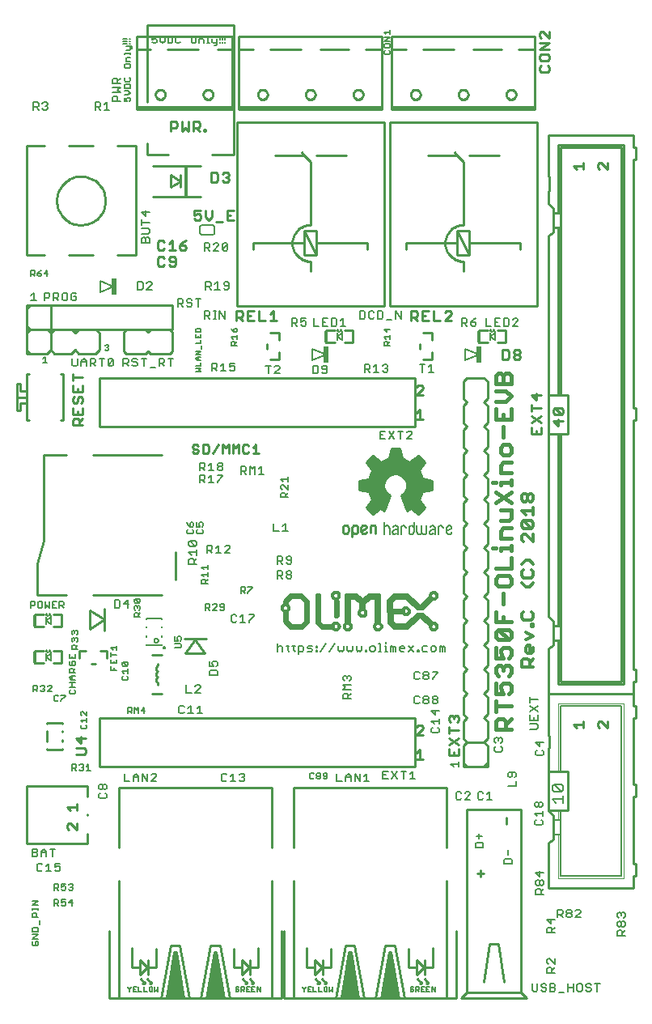
<source format=gbr>
G75*
G70*
%OFA0B0*%
%FSLAX24Y24*%
%IPPOS*%
%LPD*%
%AMOC8*
5,1,8,0,0,1.08239X$1,22.5*
%
%ADD10C,0.0160*%
%ADD11C,0.0120*%
%ADD12C,0.0080*%
%ADD13C,0.0070*%
%ADD14C,0.0060*%
%ADD15C,0.0100*%
%ADD16C,0.0240*%
%ADD17C,0.0220*%
%ADD18C,0.0260*%
%ADD19C,0.0140*%
%ADD20C,0.0050*%
%ADD21R,0.0197X0.0709*%
%ADD22C,0.0079*%
%ADD23R,0.0150X0.1300*%
%ADD24C,0.0020*%
%ADD25C,0.0090*%
D10*
X023482Y013187D02*
X023482Y013507D01*
X023589Y013614D01*
X023802Y013614D01*
X023909Y013507D01*
X023909Y013187D01*
X023909Y013400D02*
X024122Y013614D01*
X024122Y013187D02*
X023482Y013187D01*
X023482Y013923D02*
X023482Y014350D01*
X023482Y014137D02*
X024122Y014137D01*
X024016Y014660D02*
X024122Y014767D01*
X024122Y014980D01*
X024016Y015087D01*
X023802Y015087D01*
X023695Y014980D01*
X023695Y014874D01*
X023802Y014660D01*
X023482Y014660D01*
X023482Y015087D01*
X023589Y015397D02*
X023482Y015503D01*
X023482Y015717D01*
X023589Y015824D01*
X023695Y015824D01*
X023802Y015717D01*
X023909Y015824D01*
X024016Y015824D01*
X024122Y015717D01*
X024122Y015503D01*
X024016Y015397D01*
X023802Y015610D02*
X023802Y015717D01*
X023802Y016133D02*
X023695Y016347D01*
X023695Y016454D01*
X023802Y016560D01*
X024016Y016560D01*
X024122Y016454D01*
X024122Y016240D01*
X024016Y016133D01*
X023802Y016133D02*
X023482Y016133D01*
X023482Y016560D01*
X023589Y016870D02*
X023482Y016977D01*
X023482Y017190D01*
X023589Y017297D01*
X024016Y016870D01*
X024122Y016977D01*
X024122Y017190D01*
X024016Y017297D01*
X023589Y017297D01*
X023482Y017607D02*
X023482Y018034D01*
X023802Y017820D02*
X023802Y017607D01*
X024122Y017607D02*
X023482Y017607D01*
X023802Y018343D02*
X023802Y018770D01*
X023589Y019080D02*
X023482Y019186D01*
X023482Y019400D01*
X023589Y019507D01*
X024016Y019507D01*
X024122Y019400D01*
X024122Y019186D01*
X024016Y019080D01*
X023589Y019080D01*
X023482Y019816D02*
X024122Y019816D01*
X024122Y020243D01*
X024122Y020553D02*
X024122Y020766D01*
X024122Y020660D02*
X023695Y020660D01*
X023695Y020553D01*
X023482Y020660D02*
X023375Y020660D01*
X023695Y021044D02*
X023695Y021364D01*
X023802Y021471D01*
X024122Y021471D01*
X024016Y021781D02*
X023695Y021781D01*
X024016Y021781D02*
X024122Y021887D01*
X024122Y022208D01*
X023695Y022208D01*
X023482Y022517D02*
X024122Y022944D01*
X024122Y023254D02*
X024122Y023467D01*
X024122Y023361D02*
X023695Y023361D01*
X023695Y023254D01*
X023482Y023361D02*
X023375Y023361D01*
X023482Y022944D02*
X024122Y022517D01*
X024122Y023745D02*
X023695Y023745D01*
X023695Y024065D01*
X023802Y024172D01*
X024122Y024172D01*
X024016Y024482D02*
X023802Y024482D01*
X023695Y024588D01*
X023695Y024802D01*
X023802Y024909D01*
X024016Y024909D01*
X024122Y024802D01*
X024122Y024588D01*
X024016Y024482D01*
X023802Y025218D02*
X023802Y025645D01*
X023802Y025955D02*
X023802Y026168D01*
X023482Y026382D02*
X023482Y025955D01*
X024122Y025955D01*
X024122Y026382D01*
X023909Y026691D02*
X024122Y026905D01*
X023909Y027118D01*
X023482Y027118D01*
X023482Y027428D02*
X023482Y027748D01*
X023589Y027855D01*
X023695Y027855D01*
X023802Y027748D01*
X023802Y027428D01*
X024122Y027428D02*
X023482Y027428D01*
X023802Y027748D02*
X023909Y027855D01*
X024016Y027855D01*
X024122Y027748D01*
X024122Y027428D01*
X023909Y026691D02*
X023482Y026691D01*
X023695Y021044D02*
X024122Y021044D01*
X024016Y016870D02*
X023589Y016870D01*
D11*
X024722Y016872D02*
X025042Y017032D01*
X024722Y017192D01*
X024962Y017424D02*
X024962Y017504D01*
X025042Y017504D01*
X025042Y017424D01*
X024962Y017424D01*
X024962Y017700D02*
X024642Y017700D01*
X024562Y017780D01*
X024562Y017941D01*
X024642Y018021D01*
X024962Y018021D02*
X025042Y017941D01*
X025042Y017780D01*
X024962Y017700D01*
X024882Y016640D02*
X024802Y016640D01*
X024722Y016559D01*
X024722Y016399D01*
X024802Y016319D01*
X024962Y016319D01*
X025042Y016399D01*
X025042Y016559D01*
X024882Y016640D02*
X024882Y016319D01*
X024802Y016087D02*
X024882Y016007D01*
X024882Y015767D01*
X024882Y015927D02*
X025042Y016087D01*
X024802Y016087D02*
X024642Y016087D01*
X024562Y016007D01*
X024562Y015767D01*
X025042Y015767D01*
X024882Y019067D02*
X024722Y019067D01*
X024562Y019227D01*
X024642Y019435D02*
X024962Y019435D01*
X025042Y019515D01*
X025042Y019675D01*
X024962Y019755D01*
X025042Y019988D02*
X024882Y020148D01*
X024722Y020148D01*
X024562Y019988D01*
X024642Y019755D02*
X024562Y019675D01*
X024562Y019515D01*
X024642Y019435D01*
X024882Y019067D02*
X025042Y019227D01*
X025042Y020908D02*
X024722Y021229D01*
X024642Y021229D01*
X024562Y021149D01*
X024562Y020988D01*
X024642Y020908D01*
X025042Y020908D02*
X025042Y021229D01*
X024962Y021461D02*
X024642Y021461D01*
X024562Y021541D01*
X024562Y021701D01*
X024642Y021781D01*
X024962Y021461D01*
X025042Y021541D01*
X025042Y021701D01*
X024962Y021781D01*
X024642Y021781D01*
X024722Y022013D02*
X024562Y022173D01*
X025042Y022173D01*
X025042Y022013D02*
X025042Y022333D01*
X024962Y022566D02*
X024882Y022566D01*
X024802Y022646D01*
X024802Y022806D01*
X024882Y022886D01*
X024962Y022886D01*
X025042Y022806D01*
X025042Y022646D01*
X024962Y022566D01*
X024802Y022646D02*
X024722Y022566D01*
X024642Y022566D01*
X024562Y022646D01*
X024562Y022806D01*
X024642Y022886D01*
X024722Y022886D01*
X024802Y022806D01*
X014683Y018177D02*
X014685Y018200D01*
X014691Y018223D01*
X014701Y018245D01*
X014714Y018264D01*
X014730Y018281D01*
X014749Y018295D01*
X014770Y018306D01*
X014793Y018313D01*
X014816Y018316D01*
X014840Y018315D01*
X014863Y018310D01*
X014885Y018301D01*
X014905Y018289D01*
X014922Y018273D01*
X014937Y018255D01*
X014949Y018234D01*
X014957Y018212D01*
X014960Y018189D01*
X014960Y018165D01*
X014957Y018142D01*
X014949Y018120D01*
X014937Y018099D01*
X014922Y018081D01*
X014905Y018065D01*
X014885Y018053D01*
X014863Y018044D01*
X014840Y018039D01*
X014816Y018038D01*
X014793Y018041D01*
X014770Y018048D01*
X014749Y018059D01*
X014730Y018073D01*
X014714Y018090D01*
X014701Y018109D01*
X014691Y018131D01*
X014685Y018154D01*
X014683Y018177D01*
D12*
X014706Y019397D02*
X014599Y019504D01*
X014653Y019504D02*
X014492Y019504D01*
X014492Y019397D02*
X014492Y019717D01*
X014653Y019717D01*
X014706Y019664D01*
X014706Y019557D01*
X014653Y019504D01*
X014861Y019504D02*
X014914Y019557D01*
X015021Y019557D01*
X015074Y019504D01*
X015074Y019450D01*
X015021Y019397D01*
X014914Y019397D01*
X014861Y019450D01*
X014861Y019504D01*
X014914Y019557D02*
X014861Y019610D01*
X014861Y019664D01*
X014914Y019717D01*
X015021Y019717D01*
X015074Y019664D01*
X015074Y019610D01*
X015021Y019557D01*
X015021Y019997D02*
X015074Y020050D01*
X015074Y020264D01*
X015021Y020317D01*
X014914Y020317D01*
X014861Y020264D01*
X014861Y020210D01*
X014914Y020157D01*
X015074Y020157D01*
X015021Y019997D02*
X014914Y019997D01*
X014861Y020050D01*
X014706Y019997D02*
X014599Y020104D01*
X014653Y020104D02*
X014492Y020104D01*
X014492Y019997D02*
X014492Y020317D01*
X014653Y020317D01*
X014706Y020264D01*
X014706Y020157D01*
X014653Y020104D01*
X014711Y021347D02*
X014924Y021347D01*
X014817Y021347D02*
X014817Y021667D01*
X014711Y021560D01*
X014556Y021347D02*
X014342Y021347D01*
X014342Y021667D01*
X013943Y023697D02*
X013729Y023697D01*
X013836Y023697D02*
X013836Y024017D01*
X013729Y023910D01*
X013574Y024017D02*
X013574Y023697D01*
X013361Y023697D02*
X013361Y024017D01*
X013467Y023910D01*
X013574Y024017D01*
X013206Y023964D02*
X013206Y023857D01*
X013153Y023804D01*
X012992Y023804D01*
X013099Y023804D02*
X013206Y023697D01*
X012992Y023697D02*
X012992Y024017D01*
X013153Y024017D01*
X013206Y023964D01*
X012243Y023954D02*
X012243Y023900D01*
X012189Y023847D01*
X012082Y023847D01*
X012029Y023900D01*
X012029Y023954D01*
X012082Y024007D01*
X012189Y024007D01*
X012243Y023954D01*
X012189Y024007D02*
X012243Y024060D01*
X012243Y024114D01*
X012189Y024167D01*
X012082Y024167D01*
X012029Y024114D01*
X012029Y024060D01*
X012082Y024007D01*
X011874Y023847D02*
X011661Y023847D01*
X011767Y023847D02*
X011767Y024167D01*
X011661Y024060D01*
X011506Y024007D02*
X011453Y023954D01*
X011292Y023954D01*
X011292Y023847D02*
X011292Y024167D01*
X011453Y024167D01*
X011506Y024114D01*
X011506Y024007D01*
X011399Y023954D02*
X011506Y023847D01*
X011453Y023667D02*
X011506Y023614D01*
X011506Y023507D01*
X011453Y023454D01*
X011292Y023454D01*
X011292Y023347D02*
X011292Y023667D01*
X011453Y023667D01*
X011399Y023454D02*
X011506Y023347D01*
X011661Y023347D02*
X011874Y023347D01*
X011767Y023347D02*
X011767Y023667D01*
X011661Y023560D01*
X012029Y023667D02*
X012243Y023667D01*
X012243Y023614D01*
X012029Y023400D01*
X012029Y023347D01*
X011109Y020947D02*
X010896Y020947D01*
X011109Y020733D01*
X011162Y020787D01*
X011162Y020894D01*
X011109Y020947D01*
X010896Y020947D02*
X010842Y020894D01*
X010842Y020787D01*
X010896Y020733D01*
X011109Y020733D01*
X011162Y020579D02*
X011162Y020365D01*
X011162Y020472D02*
X010842Y020472D01*
X010949Y020365D01*
X010896Y020210D02*
X011002Y020210D01*
X011056Y020157D01*
X011056Y019997D01*
X011162Y019997D02*
X010842Y019997D01*
X010842Y020157D01*
X010896Y020210D01*
X011056Y020104D02*
X011162Y020210D01*
X011592Y020447D02*
X011592Y020767D01*
X011753Y020767D01*
X011806Y020714D01*
X011806Y020607D01*
X011753Y020554D01*
X011592Y020554D01*
X011699Y020554D02*
X011806Y020447D01*
X011961Y020447D02*
X012174Y020447D01*
X012067Y020447D02*
X012067Y020767D01*
X011961Y020660D01*
X012329Y020714D02*
X012382Y020767D01*
X012489Y020767D01*
X012543Y020714D01*
X012543Y020660D01*
X012329Y020447D01*
X012543Y020447D01*
X012646Y017917D02*
X012592Y017864D01*
X012592Y017650D01*
X012646Y017597D01*
X012753Y017597D01*
X012806Y017650D01*
X012961Y017597D02*
X013174Y017597D01*
X013067Y017597D02*
X013067Y017917D01*
X012961Y017810D01*
X012806Y017864D02*
X012753Y017917D01*
X012646Y017917D01*
X013329Y017917D02*
X013543Y017917D01*
X013543Y017864D01*
X013329Y017650D01*
X013329Y017597D01*
X014492Y016717D02*
X014492Y016397D01*
X014492Y016557D02*
X014546Y016610D01*
X014653Y016610D01*
X014706Y016557D01*
X014706Y016397D01*
X014914Y016450D02*
X014914Y016664D01*
X014861Y016610D02*
X014967Y016610D01*
X015106Y016610D02*
X015213Y016610D01*
X015160Y016664D02*
X015160Y016450D01*
X015213Y016397D01*
X015352Y016397D02*
X015512Y016397D01*
X015565Y016450D01*
X015565Y016557D01*
X015512Y016610D01*
X015352Y016610D01*
X015352Y016290D01*
X015720Y016397D02*
X015880Y016397D01*
X015934Y016450D01*
X015880Y016504D01*
X015773Y016504D01*
X015720Y016557D01*
X015773Y016610D01*
X015934Y016610D01*
X016088Y016610D02*
X016088Y016557D01*
X016142Y016557D01*
X016142Y016610D01*
X016088Y016610D01*
X016088Y016450D02*
X016088Y016397D01*
X016142Y016397D01*
X016142Y016450D01*
X016088Y016450D01*
X016273Y016397D02*
X016486Y016717D01*
X016641Y016397D02*
X016854Y016717D01*
X017009Y016610D02*
X017009Y016450D01*
X017062Y016397D01*
X017116Y016450D01*
X017169Y016397D01*
X017223Y016450D01*
X017223Y016610D01*
X017377Y016610D02*
X017377Y016450D01*
X017431Y016397D01*
X017484Y016450D01*
X017538Y016397D01*
X017591Y016450D01*
X017591Y016610D01*
X017746Y016610D02*
X017746Y016450D01*
X017799Y016397D01*
X017852Y016450D01*
X017906Y016397D01*
X017959Y016450D01*
X017959Y016610D01*
X018114Y016450D02*
X018167Y016450D01*
X018167Y016397D01*
X018114Y016397D01*
X018114Y016450D01*
X018298Y016450D02*
X018352Y016397D01*
X018458Y016397D01*
X018512Y016450D01*
X018512Y016557D01*
X018458Y016610D01*
X018352Y016610D01*
X018298Y016557D01*
X018298Y016450D01*
X018666Y016397D02*
X018773Y016397D01*
X018720Y016397D02*
X018720Y016717D01*
X018666Y016717D01*
X018912Y016610D02*
X018965Y016610D01*
X018965Y016397D01*
X018912Y016397D02*
X019019Y016397D01*
X019158Y016397D02*
X019158Y016610D01*
X019211Y016610D01*
X019264Y016557D01*
X019318Y016610D01*
X019371Y016557D01*
X019371Y016397D01*
X019264Y016397D02*
X019264Y016557D01*
X019526Y016557D02*
X019579Y016610D01*
X019686Y016610D01*
X019739Y016557D01*
X019739Y016504D01*
X019526Y016504D01*
X019526Y016557D02*
X019526Y016450D01*
X019579Y016397D01*
X019686Y016397D01*
X019894Y016397D02*
X020108Y016610D01*
X020108Y016397D02*
X019894Y016610D01*
X020262Y016450D02*
X020316Y016450D01*
X020316Y016397D01*
X020262Y016397D01*
X020262Y016450D01*
X020447Y016450D02*
X020500Y016397D01*
X020660Y016397D01*
X020815Y016450D02*
X020868Y016397D01*
X020975Y016397D01*
X021028Y016450D01*
X021028Y016557D01*
X020975Y016610D01*
X020868Y016610D01*
X020815Y016557D01*
X020815Y016450D01*
X020660Y016610D02*
X020500Y016610D01*
X020447Y016557D01*
X020447Y016450D01*
X021183Y016397D02*
X021183Y016610D01*
X021237Y016610D01*
X021290Y016557D01*
X021343Y016610D01*
X021397Y016557D01*
X021397Y016397D01*
X021290Y016397D02*
X021290Y016557D01*
X021093Y015567D02*
X020879Y015567D01*
X020724Y015514D02*
X020724Y015460D01*
X020671Y015407D01*
X020564Y015407D01*
X020511Y015460D01*
X020511Y015514D01*
X020564Y015567D01*
X020671Y015567D01*
X020724Y015514D01*
X020671Y015407D02*
X020724Y015354D01*
X020724Y015300D01*
X020671Y015247D01*
X020564Y015247D01*
X020511Y015300D01*
X020511Y015354D01*
X020564Y015407D01*
X020356Y015514D02*
X020303Y015567D01*
X020196Y015567D01*
X020142Y015514D01*
X020142Y015300D01*
X020196Y015247D01*
X020303Y015247D01*
X020356Y015300D01*
X020879Y015300D02*
X020879Y015247D01*
X020879Y015300D02*
X021093Y015514D01*
X021093Y015567D01*
X021039Y014567D02*
X020932Y014567D01*
X020879Y014514D01*
X020879Y014460D01*
X020932Y014407D01*
X021039Y014407D01*
X021093Y014354D01*
X021093Y014300D01*
X021039Y014247D01*
X020932Y014247D01*
X020879Y014300D01*
X020879Y014354D01*
X020932Y014407D01*
X021039Y014407D02*
X021093Y014460D01*
X021093Y014514D01*
X021039Y014567D01*
X020724Y014514D02*
X020724Y014460D01*
X020671Y014407D01*
X020564Y014407D01*
X020511Y014460D01*
X020511Y014514D01*
X020564Y014567D01*
X020671Y014567D01*
X020724Y014514D01*
X020671Y014407D02*
X020724Y014354D01*
X020724Y014300D01*
X020671Y014247D01*
X020564Y014247D01*
X020511Y014300D01*
X020511Y014354D01*
X020564Y014407D01*
X020356Y014514D02*
X020303Y014567D01*
X020196Y014567D01*
X020142Y014514D01*
X020142Y014300D01*
X020196Y014247D01*
X020303Y014247D01*
X020356Y014300D01*
X020842Y013944D02*
X021002Y013783D01*
X021002Y013997D01*
X021162Y013944D02*
X020842Y013944D01*
X020842Y013522D02*
X021162Y013522D01*
X021162Y013415D02*
X021162Y013629D01*
X020949Y013415D02*
X020842Y013522D01*
X020896Y013260D02*
X020842Y013207D01*
X020842Y013100D01*
X020896Y013047D01*
X021109Y013047D01*
X021162Y013100D01*
X021162Y013207D01*
X021109Y013260D01*
X021642Y011754D02*
X021962Y011754D01*
X021962Y011860D02*
X021962Y011647D01*
X021749Y011647D02*
X021642Y011754D01*
X021909Y010617D02*
X021856Y010564D01*
X021856Y010350D01*
X021909Y010297D01*
X022016Y010297D01*
X022069Y010350D01*
X022224Y010297D02*
X022438Y010510D01*
X022438Y010564D01*
X022384Y010617D01*
X022277Y010617D01*
X022224Y010564D01*
X022069Y010564D02*
X022016Y010617D01*
X021909Y010617D01*
X022224Y010297D02*
X022438Y010297D01*
X022756Y010350D02*
X022809Y010297D01*
X022916Y010297D01*
X022969Y010350D01*
X023124Y010297D02*
X023338Y010297D01*
X023231Y010297D02*
X023231Y010617D01*
X023124Y010510D01*
X022969Y010564D02*
X022916Y010617D01*
X022809Y010617D01*
X022756Y010564D01*
X022756Y010350D01*
X022807Y008895D02*
X022807Y008682D01*
X022914Y008788D02*
X022700Y008788D01*
X022700Y008527D02*
X022914Y008527D01*
X022967Y008474D01*
X022967Y008313D01*
X022647Y008313D01*
X022647Y008474D01*
X022700Y008527D01*
X023844Y007805D02*
X023897Y007859D01*
X024111Y007859D01*
X024164Y007805D01*
X024164Y007645D01*
X023844Y007645D01*
X023844Y007805D01*
X024004Y008014D02*
X024004Y008227D01*
X025142Y007294D02*
X025302Y007133D01*
X025302Y007347D01*
X025462Y007294D02*
X025142Y007294D01*
X025196Y006979D02*
X025249Y006979D01*
X025302Y006925D01*
X025302Y006819D01*
X025249Y006765D01*
X025196Y006765D01*
X025142Y006819D01*
X025142Y006925D01*
X025196Y006979D01*
X025302Y006925D02*
X025356Y006979D01*
X025409Y006979D01*
X025462Y006925D01*
X025462Y006819D01*
X025409Y006765D01*
X025356Y006765D01*
X025302Y006819D01*
X025302Y006610D02*
X025356Y006557D01*
X025356Y006397D01*
X025462Y006397D02*
X025142Y006397D01*
X025142Y006557D01*
X025196Y006610D01*
X025302Y006610D01*
X025356Y006504D02*
X025462Y006610D01*
X026152Y007157D02*
X026152Y008857D01*
X026152Y009457D01*
X026152Y009857D01*
X026152Y009457D02*
X026052Y009457D01*
X025852Y009457D01*
X025852Y008857D02*
X026052Y008857D01*
X026152Y008857D01*
X025412Y009300D02*
X025412Y009407D01*
X025359Y009460D01*
X025412Y009615D02*
X025412Y009829D01*
X025412Y009722D02*
X025092Y009722D01*
X025199Y009615D01*
X025146Y009460D02*
X025092Y009407D01*
X025092Y009300D01*
X025146Y009247D01*
X025359Y009247D01*
X025412Y009300D01*
X025359Y009983D02*
X025306Y009983D01*
X025252Y010037D01*
X025252Y010144D01*
X025306Y010197D01*
X025359Y010197D01*
X025412Y010144D01*
X025412Y010037D01*
X025359Y009983D01*
X025252Y010037D02*
X025199Y009983D01*
X025146Y009983D01*
X025092Y010037D01*
X025092Y010144D01*
X025146Y010197D01*
X025199Y010197D01*
X025252Y010144D01*
X024312Y010847D02*
X024312Y011060D01*
X024259Y011215D02*
X024312Y011269D01*
X024312Y011375D01*
X024259Y011429D01*
X024046Y011429D01*
X023992Y011375D01*
X023992Y011269D01*
X024046Y011215D01*
X024099Y011215D01*
X024152Y011269D01*
X024152Y011429D01*
X023992Y010847D02*
X024312Y010847D01*
X023709Y012260D02*
X023496Y012260D01*
X023442Y012314D01*
X023442Y012420D01*
X023496Y012474D01*
X023496Y012629D02*
X023442Y012682D01*
X023442Y012789D01*
X023496Y012842D01*
X023549Y012842D01*
X023602Y012789D01*
X023656Y012842D01*
X023709Y012842D01*
X023762Y012789D01*
X023762Y012682D01*
X023709Y012629D01*
X023602Y012735D02*
X023602Y012789D01*
X023709Y012474D02*
X023762Y012420D01*
X023762Y012314D01*
X023709Y012260D01*
X025142Y012270D02*
X025142Y012164D01*
X025196Y012110D01*
X025409Y012110D01*
X025462Y012164D01*
X025462Y012270D01*
X025409Y012324D01*
X025302Y012479D02*
X025142Y012639D01*
X025462Y012639D01*
X025302Y012692D02*
X025302Y012479D01*
X025196Y012324D02*
X025142Y012270D01*
X025159Y013197D02*
X025212Y013250D01*
X025212Y013357D01*
X025159Y013410D01*
X024892Y013410D01*
X024892Y013565D02*
X025212Y013565D01*
X025212Y013779D01*
X025212Y013933D02*
X024892Y014147D01*
X024892Y014302D02*
X024892Y014515D01*
X024892Y014409D02*
X025212Y014409D01*
X025212Y014147D02*
X024892Y013933D01*
X024892Y013779D02*
X024892Y013565D01*
X025052Y013565D02*
X025052Y013672D01*
X025159Y013197D02*
X024892Y013197D01*
X026152Y014157D02*
X026152Y011457D01*
X026152Y014157D02*
X028652Y014157D01*
X028652Y007157D01*
X026152Y007157D01*
X026198Y005767D02*
X026038Y005767D01*
X026038Y005447D01*
X026038Y005554D02*
X026198Y005554D01*
X026251Y005607D01*
X026251Y005714D01*
X026198Y005767D01*
X026406Y005714D02*
X026406Y005660D01*
X026459Y005607D01*
X026566Y005607D01*
X026619Y005554D01*
X026619Y005500D01*
X026566Y005447D01*
X026459Y005447D01*
X026406Y005500D01*
X026406Y005554D01*
X026459Y005607D01*
X026566Y005607D02*
X026619Y005660D01*
X026619Y005714D01*
X026566Y005767D01*
X026459Y005767D01*
X026406Y005714D01*
X026144Y005554D02*
X026251Y005447D01*
X025912Y005339D02*
X025592Y005339D01*
X025752Y005179D01*
X025752Y005392D01*
X025752Y005024D02*
X025806Y004970D01*
X025806Y004810D01*
X025912Y004810D02*
X025592Y004810D01*
X025592Y004970D01*
X025646Y005024D01*
X025752Y005024D01*
X025806Y004917D02*
X025912Y005024D01*
X026774Y005447D02*
X026988Y005660D01*
X026988Y005714D01*
X026934Y005767D01*
X026827Y005767D01*
X026774Y005714D01*
X026774Y005447D02*
X026988Y005447D01*
X025912Y003742D02*
X025912Y003529D01*
X025699Y003742D01*
X025646Y003742D01*
X025592Y003689D01*
X025592Y003582D01*
X025646Y003529D01*
X025646Y003374D02*
X025752Y003374D01*
X025806Y003320D01*
X025806Y003160D01*
X025912Y003160D02*
X025592Y003160D01*
X025592Y003320D01*
X025646Y003374D01*
X025806Y003267D02*
X025912Y003374D01*
X025889Y002717D02*
X025729Y002717D01*
X025729Y002397D01*
X025889Y002397D01*
X025943Y002450D01*
X025943Y002504D01*
X025889Y002557D01*
X025729Y002557D01*
X025889Y002557D02*
X025943Y002610D01*
X025943Y002664D01*
X025889Y002717D01*
X025574Y002664D02*
X025521Y002717D01*
X025414Y002717D01*
X025361Y002664D01*
X025361Y002610D01*
X025414Y002557D01*
X025521Y002557D01*
X025574Y002504D01*
X025574Y002450D01*
X025521Y002397D01*
X025414Y002397D01*
X025361Y002450D01*
X025206Y002450D02*
X025206Y002717D01*
X024992Y002717D02*
X024992Y002450D01*
X025046Y002397D01*
X025153Y002397D01*
X025206Y002450D01*
X026097Y002344D02*
X026311Y002344D01*
X026466Y002397D02*
X026466Y002717D01*
X026466Y002557D02*
X026679Y002557D01*
X026679Y002717D02*
X026679Y002397D01*
X026834Y002450D02*
X026887Y002397D01*
X026994Y002397D01*
X027047Y002450D01*
X027047Y002664D01*
X026994Y002717D01*
X026887Y002717D01*
X026834Y002664D01*
X026834Y002450D01*
X027202Y002450D02*
X027256Y002397D01*
X027362Y002397D01*
X027416Y002450D01*
X027416Y002504D01*
X027362Y002557D01*
X027256Y002557D01*
X027202Y002610D01*
X027202Y002664D01*
X027256Y002717D01*
X027362Y002717D01*
X027416Y002664D01*
X027571Y002717D02*
X027784Y002717D01*
X027677Y002717D02*
X027677Y002397D01*
X028492Y004692D02*
X028492Y004852D01*
X028546Y004905D01*
X028652Y004905D01*
X028706Y004852D01*
X028706Y004692D01*
X028812Y004692D02*
X028492Y004692D01*
X028706Y004799D02*
X028812Y004905D01*
X028759Y005060D02*
X028706Y005060D01*
X028652Y005114D01*
X028652Y005220D01*
X028706Y005274D01*
X028759Y005274D01*
X028812Y005220D01*
X028812Y005114D01*
X028759Y005060D01*
X028652Y005114D02*
X028599Y005060D01*
X028546Y005060D01*
X028492Y005114D01*
X028492Y005220D01*
X028546Y005274D01*
X028599Y005274D01*
X028652Y005220D01*
X028546Y005429D02*
X028492Y005482D01*
X028492Y005589D01*
X028546Y005642D01*
X028599Y005642D01*
X028652Y005589D01*
X028706Y005642D01*
X028759Y005642D01*
X028812Y005589D01*
X028812Y005482D01*
X028759Y005429D01*
X028652Y005535D02*
X028652Y005589D01*
X020161Y011147D02*
X019947Y011147D01*
X020054Y011147D02*
X020054Y011467D01*
X019947Y011360D01*
X019793Y011467D02*
X019579Y011467D01*
X019686Y011467D02*
X019686Y011147D01*
X019424Y011147D02*
X019211Y011467D01*
X019056Y011467D02*
X018842Y011467D01*
X018842Y011147D01*
X019056Y011147D01*
X019211Y011147D02*
X019424Y011467D01*
X018949Y011307D02*
X018842Y011307D01*
X018261Y011047D02*
X018047Y011047D01*
X018154Y011047D02*
X018154Y011367D01*
X018047Y011260D01*
X017893Y011367D02*
X017893Y011047D01*
X017679Y011367D01*
X017679Y011047D01*
X017524Y011047D02*
X017524Y011260D01*
X017417Y011367D01*
X017311Y011260D01*
X017311Y011047D01*
X017156Y011047D02*
X016942Y011047D01*
X016942Y011367D01*
X017311Y011207D02*
X017524Y011207D01*
X017512Y014447D02*
X017192Y014447D01*
X017192Y014607D01*
X017246Y014660D01*
X017352Y014660D01*
X017406Y014607D01*
X017406Y014447D01*
X017406Y014554D02*
X017512Y014660D01*
X017512Y014815D02*
X017192Y014815D01*
X017299Y014922D01*
X017192Y015029D01*
X017512Y015029D01*
X017459Y015183D02*
X017512Y015237D01*
X017512Y015344D01*
X017459Y015397D01*
X017406Y015397D01*
X017352Y015344D01*
X017352Y015290D01*
X017352Y015344D02*
X017299Y015397D01*
X017246Y015397D01*
X017192Y015344D01*
X017192Y015237D01*
X017246Y015183D01*
X018965Y016717D02*
X018965Y016770D01*
X014967Y016397D02*
X014914Y016450D01*
X012012Y015939D02*
X012012Y015832D01*
X011959Y015779D01*
X011852Y015779D02*
X011799Y015885D01*
X011799Y015939D01*
X011852Y015992D01*
X011959Y015992D01*
X012012Y015939D01*
X011852Y015779D02*
X011692Y015779D01*
X011692Y015992D01*
X011746Y015624D02*
X011692Y015570D01*
X011692Y015410D01*
X012012Y015410D01*
X012012Y015570D01*
X011959Y015624D01*
X011746Y015624D01*
X011271Y015017D02*
X011324Y014964D01*
X011324Y014910D01*
X011111Y014697D01*
X011324Y014697D01*
X011271Y015017D02*
X011164Y015017D01*
X011111Y014964D01*
X010956Y014697D02*
X010742Y014697D01*
X010742Y015017D01*
X010603Y014167D02*
X010496Y014167D01*
X010442Y014114D01*
X010442Y013900D01*
X010496Y013847D01*
X010603Y013847D01*
X010656Y013900D01*
X010811Y013847D02*
X011024Y013847D01*
X010917Y013847D02*
X010917Y014167D01*
X010811Y014060D01*
X010656Y014114D02*
X010603Y014167D01*
X011179Y014060D02*
X011286Y014167D01*
X011286Y013847D01*
X011179Y013847D02*
X011393Y013847D01*
X012241Y011367D02*
X012188Y011314D01*
X012188Y011100D01*
X012241Y011047D01*
X012348Y011047D01*
X012401Y011100D01*
X012556Y011047D02*
X012769Y011047D01*
X012663Y011047D02*
X012663Y011367D01*
X012556Y011260D01*
X012401Y011314D02*
X012348Y011367D01*
X012241Y011367D01*
X012924Y011314D02*
X012977Y011367D01*
X013084Y011367D01*
X013138Y011314D01*
X013138Y011260D01*
X013084Y011207D01*
X013138Y011154D01*
X013138Y011100D01*
X013084Y011047D01*
X012977Y011047D01*
X012924Y011100D01*
X013031Y011207D02*
X013084Y011207D01*
X009511Y011260D02*
X009511Y011314D01*
X009457Y011367D01*
X009351Y011367D01*
X009297Y011314D01*
X009143Y011367D02*
X009143Y011047D01*
X008929Y011367D01*
X008929Y011047D01*
X008774Y011047D02*
X008774Y011260D01*
X008667Y011367D01*
X008561Y011260D01*
X008561Y011047D01*
X008406Y011047D02*
X008192Y011047D01*
X008192Y011367D01*
X008561Y011207D02*
X008774Y011207D01*
X009297Y011047D02*
X009511Y011260D01*
X009511Y011047D02*
X009297Y011047D01*
X007462Y010875D02*
X007462Y010769D01*
X007409Y010715D01*
X007356Y010715D01*
X007302Y010769D01*
X007302Y010875D01*
X007356Y010929D01*
X007409Y010929D01*
X007462Y010875D01*
X007302Y010875D02*
X007249Y010929D01*
X007196Y010929D01*
X007142Y010875D01*
X007142Y010769D01*
X007196Y010715D01*
X007249Y010715D01*
X007302Y010769D01*
X007196Y010560D02*
X007142Y010507D01*
X007142Y010400D01*
X007196Y010347D01*
X007409Y010347D01*
X007462Y010400D01*
X007462Y010507D01*
X007409Y010560D01*
X005338Y008267D02*
X005124Y008267D01*
X005231Y008267D02*
X005231Y007947D01*
X004969Y007947D02*
X004969Y008160D01*
X004863Y008267D01*
X004756Y008160D01*
X004756Y007947D01*
X004756Y008107D02*
X004969Y008107D01*
X004601Y008054D02*
X004601Y008000D01*
X004548Y007947D01*
X004388Y007947D01*
X004388Y008267D01*
X004548Y008267D01*
X004601Y008214D01*
X004601Y008160D01*
X004548Y008107D01*
X004388Y008107D01*
X004548Y008107D02*
X004601Y008054D01*
X004641Y007667D02*
X004588Y007614D01*
X004588Y007400D01*
X004641Y007347D01*
X004748Y007347D01*
X004801Y007400D01*
X004956Y007347D02*
X005169Y007347D01*
X005063Y007347D02*
X005063Y007667D01*
X004956Y007560D01*
X004801Y007614D02*
X004748Y007667D01*
X004641Y007667D01*
X005324Y007667D02*
X005324Y007507D01*
X005431Y007560D01*
X005484Y007560D01*
X005538Y007507D01*
X005538Y007400D01*
X005484Y007347D01*
X005377Y007347D01*
X005324Y007400D01*
X005324Y007667D02*
X005538Y007667D01*
X005152Y016007D02*
X004952Y016157D01*
X005152Y016307D01*
X005152Y016007D01*
X004952Y016007D02*
X004952Y016157D01*
X004952Y016307D01*
X004952Y017507D02*
X004952Y017657D01*
X005152Y017507D01*
X005152Y017807D01*
X004952Y017657D01*
X004952Y017807D01*
X007792Y018197D02*
X007953Y018197D01*
X008006Y018250D01*
X008006Y018464D01*
X007953Y018517D01*
X007792Y018517D01*
X007792Y018197D01*
X008161Y018357D02*
X008321Y018517D01*
X008321Y018197D01*
X008374Y018357D02*
X008161Y018357D01*
X009083Y017767D02*
X009083Y017730D01*
X009083Y017767D02*
X009721Y017767D01*
X009721Y017730D01*
X009721Y017413D02*
X009721Y017375D01*
X009721Y017039D02*
X009721Y017001D01*
X009413Y016843D02*
X009415Y016862D01*
X009421Y016880D01*
X009431Y016896D01*
X009444Y016910D01*
X009460Y016921D01*
X009477Y016928D01*
X009496Y016931D01*
X009515Y016930D01*
X009534Y016925D01*
X009550Y016916D01*
X009565Y016904D01*
X009576Y016888D01*
X009584Y016871D01*
X009588Y016853D01*
X009588Y016833D01*
X009584Y016815D01*
X009576Y016798D01*
X009565Y016782D01*
X009550Y016770D01*
X009534Y016761D01*
X009515Y016756D01*
X009496Y016755D01*
X009477Y016758D01*
X009460Y016765D01*
X009444Y016776D01*
X009431Y016790D01*
X009421Y016806D01*
X009415Y016824D01*
X009413Y016843D01*
X009721Y016684D02*
X009721Y016647D01*
X009083Y016647D01*
X009083Y016684D01*
X009084Y017001D02*
X009084Y017039D01*
X009084Y017375D02*
X009084Y017413D01*
X009785Y016545D02*
X009787Y016558D01*
X009793Y016569D01*
X009803Y016578D01*
X009814Y016583D01*
X009827Y016584D01*
X009840Y016581D01*
X009850Y016574D01*
X009858Y016564D01*
X009862Y016551D01*
X009862Y016539D01*
X009858Y016526D01*
X009850Y016516D01*
X009840Y016509D01*
X009827Y016506D01*
X009814Y016507D01*
X009803Y016512D01*
X009793Y016521D01*
X009787Y016532D01*
X009785Y016545D01*
X009461Y028094D02*
X009247Y028094D01*
X008986Y028147D02*
X008986Y028467D01*
X008879Y028467D02*
X009093Y028467D01*
X008724Y028414D02*
X008671Y028467D01*
X008564Y028467D01*
X008511Y028414D01*
X008511Y028360D01*
X008564Y028307D01*
X008671Y028307D01*
X008724Y028254D01*
X008724Y028200D01*
X008671Y028147D01*
X008564Y028147D01*
X008511Y028200D01*
X008356Y028147D02*
X008249Y028254D01*
X008303Y028254D02*
X008142Y028254D01*
X008142Y028147D02*
X008142Y028467D01*
X008303Y028467D01*
X008356Y028414D01*
X008356Y028307D01*
X008303Y028254D01*
X007729Y028200D02*
X007676Y028147D01*
X007569Y028147D01*
X007516Y028200D01*
X007729Y028414D01*
X007729Y028200D01*
X007516Y028200D02*
X007516Y028414D01*
X007569Y028467D01*
X007676Y028467D01*
X007729Y028414D01*
X007361Y028467D02*
X007147Y028467D01*
X007254Y028467D02*
X007254Y028147D01*
X006993Y028147D02*
X006886Y028254D01*
X006939Y028254D02*
X006779Y028254D01*
X006779Y028147D02*
X006779Y028467D01*
X006939Y028467D01*
X006993Y028414D01*
X006993Y028307D01*
X006939Y028254D01*
X006624Y028307D02*
X006411Y028307D01*
X006411Y028360D02*
X006517Y028467D01*
X006624Y028360D01*
X006624Y028147D01*
X006411Y028147D02*
X006411Y028360D01*
X006256Y028467D02*
X006256Y028200D01*
X006203Y028147D01*
X006096Y028147D01*
X006042Y028200D01*
X006042Y028467D01*
X006051Y030847D02*
X006157Y030847D01*
X006211Y030900D01*
X006211Y031007D01*
X006104Y031007D01*
X005997Y031114D02*
X005997Y030900D01*
X006051Y030847D01*
X005843Y030900D02*
X005843Y031114D01*
X005789Y031167D01*
X005682Y031167D01*
X005629Y031114D01*
X005629Y030900D01*
X005682Y030847D01*
X005789Y030847D01*
X005843Y030900D01*
X005997Y031114D02*
X006051Y031167D01*
X006157Y031167D01*
X006211Y031114D01*
X005474Y031114D02*
X005474Y031007D01*
X005421Y030954D01*
X005261Y030954D01*
X005367Y030954D02*
X005474Y030847D01*
X005261Y030847D02*
X005261Y031167D01*
X005421Y031167D01*
X005474Y031114D01*
X005106Y031114D02*
X005106Y031007D01*
X005053Y030954D01*
X004892Y030954D01*
X004892Y030847D02*
X004892Y031167D01*
X005053Y031167D01*
X005106Y031114D01*
X004556Y030847D02*
X004342Y030847D01*
X004449Y030847D02*
X004449Y031167D01*
X004342Y031060D01*
X008742Y031297D02*
X008903Y031297D01*
X008956Y031350D01*
X008956Y031564D01*
X008903Y031617D01*
X008742Y031617D01*
X008742Y031297D01*
X009111Y031297D02*
X009324Y031510D01*
X009324Y031564D01*
X009271Y031617D01*
X009164Y031617D01*
X009111Y031564D01*
X009111Y031297D02*
X009324Y031297D01*
X010388Y030917D02*
X010548Y030917D01*
X010601Y030864D01*
X010601Y030757D01*
X010548Y030704D01*
X010388Y030704D01*
X010494Y030704D02*
X010601Y030597D01*
X010756Y030650D02*
X010809Y030597D01*
X010916Y030597D01*
X010969Y030650D01*
X010969Y030704D01*
X010916Y030757D01*
X010809Y030757D01*
X010756Y030810D01*
X010756Y030864D01*
X010809Y030917D01*
X010916Y030917D01*
X010969Y030864D01*
X011124Y030917D02*
X011338Y030917D01*
X011231Y030917D02*
X011231Y030597D01*
X011492Y030417D02*
X011653Y030417D01*
X011706Y030364D01*
X011706Y030257D01*
X011653Y030204D01*
X011492Y030204D01*
X011599Y030204D02*
X011706Y030097D01*
X011861Y030097D02*
X011967Y030097D01*
X011914Y030097D02*
X011914Y030417D01*
X011861Y030417D02*
X011967Y030417D01*
X012106Y030417D02*
X012320Y030097D01*
X012320Y030417D01*
X012106Y030417D02*
X012106Y030097D01*
X011492Y030097D02*
X011492Y030417D01*
X011542Y031297D02*
X011542Y031617D01*
X011703Y031617D01*
X011756Y031564D01*
X011756Y031457D01*
X011703Y031404D01*
X011542Y031404D01*
X011649Y031404D02*
X011756Y031297D01*
X011911Y031297D02*
X012124Y031297D01*
X012017Y031297D02*
X012017Y031617D01*
X011911Y031510D01*
X012279Y031510D02*
X012332Y031457D01*
X012493Y031457D01*
X012493Y031564D02*
X012439Y031617D01*
X012332Y031617D01*
X012279Y031564D01*
X012279Y031510D01*
X012279Y031350D02*
X012332Y031297D01*
X012439Y031297D01*
X012493Y031350D01*
X012493Y031564D01*
X012389Y032897D02*
X012282Y032897D01*
X012229Y032950D01*
X012443Y033164D01*
X012443Y032950D01*
X012389Y032897D01*
X012229Y032950D02*
X012229Y033164D01*
X012282Y033217D01*
X012389Y033217D01*
X012443Y033164D01*
X012074Y033164D02*
X012021Y033217D01*
X011914Y033217D01*
X011861Y033164D01*
X011706Y033164D02*
X011706Y033057D01*
X011653Y033004D01*
X011492Y033004D01*
X011599Y033004D02*
X011706Y032897D01*
X011861Y032897D02*
X012074Y033110D01*
X012074Y033164D01*
X012074Y032897D02*
X011861Y032897D01*
X011706Y033164D02*
X011653Y033217D01*
X011492Y033217D01*
X011492Y032897D01*
X010388Y030917D02*
X010388Y030597D01*
X010197Y028467D02*
X009984Y028467D01*
X010091Y028467D02*
X010091Y028147D01*
X009829Y028147D02*
X009722Y028254D01*
X009776Y028254D02*
X009616Y028254D01*
X009616Y028147D02*
X009616Y028467D01*
X009776Y028467D01*
X009829Y028414D01*
X009829Y028307D01*
X009776Y028254D01*
X011788Y028267D02*
X011788Y027947D01*
X011788Y028054D02*
X011948Y028054D01*
X012001Y028107D01*
X012001Y028214D01*
X011948Y028267D01*
X011788Y028267D01*
X011894Y028054D02*
X012001Y027947D01*
X012156Y027947D02*
X012369Y027947D01*
X012263Y027947D02*
X012263Y028267D01*
X012156Y028160D01*
X012524Y028107D02*
X012524Y028267D01*
X012738Y028267D01*
X012684Y028160D02*
X012738Y028107D01*
X012738Y028000D01*
X012684Y027947D01*
X012577Y027947D01*
X012524Y028000D01*
X012524Y028107D02*
X012631Y028160D01*
X012684Y028160D01*
X014006Y028167D02*
X014219Y028167D01*
X014113Y028167D02*
X014113Y027847D01*
X014374Y027847D02*
X014588Y028060D01*
X014588Y028114D01*
X014534Y028167D01*
X014427Y028167D01*
X014374Y028114D01*
X014374Y027847D02*
X014588Y027847D01*
X015956Y027847D02*
X016116Y027847D01*
X016169Y027900D01*
X016169Y028114D01*
X016116Y028167D01*
X015956Y028167D01*
X015956Y027847D01*
X016324Y027900D02*
X016377Y027847D01*
X016484Y027847D01*
X016538Y027900D01*
X016538Y028114D01*
X016484Y028167D01*
X016377Y028167D01*
X016324Y028114D01*
X016324Y028060D01*
X016377Y028007D01*
X016538Y028007D01*
X016952Y029207D02*
X016952Y029357D01*
X017152Y029207D01*
X017152Y029507D01*
X016952Y029357D01*
X016952Y029507D01*
X016889Y029797D02*
X016729Y029797D01*
X016729Y030117D01*
X016889Y030117D01*
X016943Y030064D01*
X016943Y029850D01*
X016889Y029797D01*
X017097Y029797D02*
X017311Y029797D01*
X017204Y029797D02*
X017204Y030117D01*
X017097Y030010D01*
X016574Y030117D02*
X016361Y030117D01*
X016361Y029797D01*
X016574Y029797D01*
X016467Y029957D02*
X016361Y029957D01*
X016206Y029797D02*
X015992Y029797D01*
X015992Y030117D01*
X015674Y030117D02*
X015461Y030117D01*
X015461Y029957D01*
X015567Y030010D01*
X015621Y030010D01*
X015674Y029957D01*
X015674Y029850D01*
X015621Y029797D01*
X015514Y029797D01*
X015461Y029850D01*
X015306Y029797D02*
X015199Y029904D01*
X015253Y029904D02*
X015092Y029904D01*
X015092Y029797D02*
X015092Y030117D01*
X015253Y030117D01*
X015306Y030064D01*
X015306Y029957D01*
X015253Y029904D01*
X017892Y030097D02*
X018053Y030097D01*
X018106Y030150D01*
X018106Y030364D01*
X018053Y030417D01*
X017892Y030417D01*
X017892Y030097D01*
X018261Y030150D02*
X018314Y030097D01*
X018421Y030097D01*
X018474Y030150D01*
X018629Y030097D02*
X018789Y030097D01*
X018843Y030150D01*
X018843Y030364D01*
X018789Y030417D01*
X018629Y030417D01*
X018629Y030097D01*
X018474Y030364D02*
X018421Y030417D01*
X018314Y030417D01*
X018261Y030364D01*
X018261Y030150D01*
X018997Y030044D02*
X019211Y030044D01*
X019366Y030097D02*
X019366Y030417D01*
X019579Y030097D01*
X019579Y030417D01*
X018989Y028217D02*
X019043Y028164D01*
X019043Y028110D01*
X018989Y028057D01*
X019043Y028004D01*
X019043Y027950D01*
X018989Y027897D01*
X018882Y027897D01*
X018829Y027950D01*
X018936Y028057D02*
X018989Y028057D01*
X018989Y028217D02*
X018882Y028217D01*
X018829Y028164D01*
X018567Y028217D02*
X018567Y027897D01*
X018461Y027897D02*
X018674Y027897D01*
X018461Y028110D02*
X018567Y028217D01*
X018306Y028164D02*
X018306Y028057D01*
X018253Y028004D01*
X018092Y028004D01*
X018092Y027897D02*
X018092Y028217D01*
X018253Y028217D01*
X018306Y028164D01*
X018199Y028004D02*
X018306Y027897D01*
X018719Y025467D02*
X018719Y025147D01*
X018933Y025147D01*
X019088Y025147D02*
X019301Y025467D01*
X019456Y025467D02*
X019669Y025467D01*
X019563Y025467D02*
X019563Y025147D01*
X019824Y025147D02*
X020038Y025360D01*
X020038Y025414D01*
X019984Y025467D01*
X019877Y025467D01*
X019824Y025414D01*
X019824Y025147D02*
X020038Y025147D01*
X019301Y025147D02*
X019088Y025467D01*
X018933Y025467D02*
X018719Y025467D01*
X018719Y025307D02*
X018826Y025307D01*
X020463Y027897D02*
X020463Y028217D01*
X020569Y028217D02*
X020356Y028217D01*
X020724Y028110D02*
X020831Y028217D01*
X020831Y027897D01*
X020724Y027897D02*
X020938Y027897D01*
X022092Y029797D02*
X022092Y030117D01*
X022253Y030117D01*
X022306Y030064D01*
X022306Y029957D01*
X022253Y029904D01*
X022092Y029904D01*
X022199Y029904D02*
X022306Y029797D01*
X022461Y029850D02*
X022514Y029797D01*
X022621Y029797D01*
X022674Y029850D01*
X022674Y029904D01*
X022621Y029957D01*
X022461Y029957D01*
X022461Y029850D01*
X022461Y029957D02*
X022567Y030064D01*
X022674Y030117D01*
X023092Y030117D02*
X023092Y029797D01*
X023306Y029797D01*
X023461Y029797D02*
X023674Y029797D01*
X023829Y029797D02*
X023989Y029797D01*
X024043Y029850D01*
X024043Y030064D01*
X023989Y030117D01*
X023829Y030117D01*
X023829Y029797D01*
X023567Y029957D02*
X023461Y029957D01*
X023461Y030117D02*
X023461Y029797D01*
X023452Y029507D02*
X023252Y029357D01*
X023452Y029207D01*
X023452Y029507D01*
X023252Y029507D02*
X023252Y029357D01*
X023252Y029207D01*
X023461Y030117D02*
X023674Y030117D01*
X024197Y030064D02*
X024251Y030117D01*
X024357Y030117D01*
X024411Y030064D01*
X024411Y030010D01*
X024197Y029797D01*
X024411Y029797D01*
X009212Y033224D02*
X009212Y033384D01*
X009159Y033437D01*
X009106Y033437D01*
X009052Y033384D01*
X009052Y033224D01*
X009052Y033384D02*
X008999Y033437D01*
X008946Y033437D01*
X008892Y033384D01*
X008892Y033224D01*
X009212Y033224D01*
X009159Y033592D02*
X008892Y033592D01*
X008892Y033805D02*
X009159Y033805D01*
X009212Y033752D01*
X009212Y033645D01*
X009159Y033592D01*
X008892Y033960D02*
X008892Y034174D01*
X008892Y034067D02*
X009212Y034067D01*
X009052Y034329D02*
X008892Y034489D01*
X009212Y034489D01*
X009052Y034542D02*
X009052Y034329D01*
X007574Y038697D02*
X007361Y038697D01*
X007467Y038697D02*
X007467Y039017D01*
X007361Y038910D01*
X007206Y038857D02*
X007153Y038804D01*
X006992Y038804D01*
X007099Y038804D02*
X007206Y038697D01*
X007206Y038857D02*
X007206Y038964D01*
X007153Y039017D01*
X006992Y039017D01*
X006992Y038697D01*
X007692Y039047D02*
X007692Y039207D01*
X007746Y039260D01*
X007852Y039260D01*
X007906Y039207D01*
X007906Y039047D01*
X008012Y039047D02*
X007692Y039047D01*
X007692Y039415D02*
X008012Y039415D01*
X007906Y039522D01*
X008012Y039629D01*
X007692Y039629D01*
X007692Y039783D02*
X007692Y039944D01*
X007746Y039997D01*
X007852Y039997D01*
X007906Y039944D01*
X007906Y039783D01*
X008012Y039783D02*
X007692Y039783D01*
X007906Y039890D02*
X008012Y039997D01*
X005024Y038964D02*
X005024Y038910D01*
X004971Y038857D01*
X005024Y038804D01*
X005024Y038750D01*
X004971Y038697D01*
X004864Y038697D01*
X004811Y038750D01*
X004917Y038857D02*
X004971Y038857D01*
X005024Y038964D02*
X004971Y039017D01*
X004864Y039017D01*
X004811Y038964D01*
X004656Y038964D02*
X004656Y038857D01*
X004603Y038804D01*
X004442Y038804D01*
X004442Y038697D02*
X004442Y039017D01*
X004603Y039017D01*
X004656Y038964D01*
X004549Y038804D02*
X004656Y038697D01*
D13*
X009337Y041489D02*
X009384Y041442D01*
X009478Y041442D01*
X009524Y041489D01*
X009524Y041582D01*
X009478Y041629D01*
X009431Y041629D01*
X009337Y041582D01*
X009337Y041722D01*
X009524Y041722D01*
X009660Y041722D02*
X009660Y041535D01*
X009753Y041442D01*
X009846Y041535D01*
X009846Y041722D01*
X009982Y041722D02*
X010122Y041722D01*
X010169Y041675D01*
X010169Y041489D01*
X010122Y041442D01*
X009982Y041442D01*
X009982Y041722D01*
X010304Y041675D02*
X010304Y041489D01*
X010351Y041442D01*
X010444Y041442D01*
X010491Y041489D01*
X010491Y041675D02*
X010444Y041722D01*
X010351Y041722D01*
X010304Y041675D01*
X010949Y041675D02*
X010949Y041489D01*
X010995Y041442D01*
X011089Y041442D01*
X011135Y041489D01*
X011135Y041675D01*
X011089Y041722D01*
X010995Y041722D01*
X010949Y041675D01*
X011271Y041629D02*
X011271Y041442D01*
X011271Y041629D02*
X011411Y041629D01*
X011458Y041582D01*
X011458Y041442D01*
X011593Y041442D02*
X011687Y041442D01*
X011640Y041442D02*
X011640Y041722D01*
X011593Y041722D01*
X011808Y041629D02*
X011808Y041489D01*
X011855Y041442D01*
X011995Y041442D01*
X011995Y041395D02*
X011948Y041348D01*
X011901Y041348D01*
X011995Y041395D02*
X011995Y041629D01*
X012130Y041582D02*
X012130Y041769D01*
X012238Y041769D02*
X012238Y041582D01*
X012238Y041489D02*
X012238Y041442D01*
X012345Y041442D02*
X012345Y041489D01*
X012345Y041582D02*
X012345Y041769D01*
X012130Y041489D02*
X012130Y041442D01*
X014917Y023573D02*
X014917Y023386D01*
X014917Y023480D02*
X014637Y023480D01*
X014731Y023386D01*
X014731Y023251D02*
X014684Y023251D01*
X014637Y023204D01*
X014637Y023111D01*
X014684Y023064D01*
X014684Y022929D02*
X014777Y022929D01*
X014824Y022882D01*
X014824Y022742D01*
X014824Y022835D02*
X014917Y022929D01*
X014917Y023064D02*
X014731Y023251D01*
X014917Y023251D02*
X014917Y023064D01*
X014684Y022929D02*
X014637Y022882D01*
X014637Y022742D01*
X014917Y022742D01*
D14*
X004382Y004316D02*
X004426Y004273D01*
X004599Y004273D01*
X004642Y004316D01*
X004642Y004403D01*
X004599Y004446D01*
X004512Y004446D01*
X004512Y004359D01*
X004426Y004446D02*
X004382Y004403D01*
X004382Y004316D01*
X004382Y004567D02*
X004642Y004741D01*
X004382Y004741D01*
X004382Y004862D02*
X004382Y004992D01*
X004426Y005035D01*
X004599Y005035D01*
X004642Y004992D01*
X004642Y004862D01*
X004382Y004862D01*
X004382Y004567D02*
X004642Y004567D01*
X004686Y005156D02*
X004686Y005330D01*
X004642Y005451D02*
X004382Y005451D01*
X004382Y005581D01*
X004426Y005625D01*
X004512Y005625D01*
X004556Y005581D01*
X004556Y005451D01*
X004642Y005746D02*
X004642Y005832D01*
X004642Y005789D02*
X004382Y005789D01*
X004382Y005746D02*
X004382Y005832D01*
X004382Y005942D02*
X004642Y006116D01*
X004382Y006116D01*
X004382Y005942D02*
X004642Y005942D01*
X005299Y005917D02*
X005299Y006177D01*
X005429Y006177D01*
X005472Y006134D01*
X005472Y006047D01*
X005429Y006004D01*
X005299Y006004D01*
X005385Y006004D02*
X005472Y005917D01*
X005593Y005960D02*
X005636Y005917D01*
X005723Y005917D01*
X005767Y005960D01*
X005767Y006047D01*
X005723Y006090D01*
X005680Y006090D01*
X005593Y006047D01*
X005593Y006177D01*
X005767Y006177D01*
X005888Y006047D02*
X006061Y006047D01*
X006018Y006177D02*
X005888Y006047D01*
X006018Y005917D02*
X006018Y006177D01*
X006018Y006567D02*
X005931Y006567D01*
X005888Y006610D01*
X005767Y006610D02*
X005723Y006567D01*
X005636Y006567D01*
X005593Y006610D01*
X005593Y006697D02*
X005680Y006740D01*
X005723Y006740D01*
X005767Y006697D01*
X005767Y006610D01*
X005593Y006697D02*
X005593Y006827D01*
X005767Y006827D01*
X005888Y006784D02*
X005931Y006827D01*
X006018Y006827D01*
X006061Y006784D01*
X006061Y006740D01*
X006018Y006697D01*
X006061Y006654D01*
X006061Y006610D01*
X006018Y006567D01*
X006018Y006697D02*
X005975Y006697D01*
X005472Y006697D02*
X005429Y006654D01*
X005299Y006654D01*
X005385Y006654D02*
X005472Y006567D01*
X005472Y006697D02*
X005472Y006784D01*
X005429Y006827D01*
X005299Y006827D01*
X005299Y006567D01*
X006032Y011487D02*
X006032Y011747D01*
X006163Y011747D01*
X006206Y011704D01*
X006206Y011617D01*
X006163Y011574D01*
X006032Y011574D01*
X006119Y011574D02*
X006206Y011487D01*
X006327Y011530D02*
X006370Y011487D01*
X006457Y011487D01*
X006501Y011530D01*
X006501Y011574D01*
X006457Y011617D01*
X006414Y011617D01*
X006457Y011617D02*
X006501Y011660D01*
X006501Y011704D01*
X006457Y011747D01*
X006370Y011747D01*
X006327Y011704D01*
X006622Y011660D02*
X006708Y011747D01*
X006708Y011487D01*
X006622Y011487D02*
X006795Y011487D01*
X006582Y013208D02*
X006422Y013208D01*
X006382Y013248D01*
X006382Y013328D01*
X006422Y013368D01*
X006462Y013484D02*
X006382Y013564D01*
X006622Y013564D01*
X006622Y013484D02*
X006622Y013644D01*
X006622Y013761D02*
X006462Y013921D01*
X006422Y013921D01*
X006382Y013881D01*
X006382Y013801D01*
X006422Y013761D01*
X006622Y013761D02*
X006622Y013921D01*
X006129Y014637D02*
X006172Y014680D01*
X006172Y014767D01*
X006129Y014810D01*
X006172Y014931D02*
X005912Y014931D01*
X005956Y014810D02*
X005912Y014767D01*
X005912Y014680D01*
X005956Y014637D01*
X006129Y014637D01*
X006042Y014931D02*
X006042Y015105D01*
X006042Y015226D02*
X006042Y015400D01*
X005999Y015400D02*
X006172Y015400D01*
X006172Y015521D02*
X005912Y015521D01*
X005912Y015651D01*
X005956Y015694D01*
X006042Y015694D01*
X006086Y015651D01*
X006086Y015521D01*
X006086Y015608D02*
X006172Y015694D01*
X006129Y015815D02*
X006172Y015859D01*
X006172Y015946D01*
X006129Y015989D01*
X006042Y015989D01*
X006042Y015902D01*
X005956Y015815D02*
X006129Y015815D01*
X005956Y015815D02*
X005912Y015859D01*
X005912Y015946D01*
X005956Y015989D01*
X005912Y016110D02*
X006172Y016110D01*
X006172Y016284D01*
X006042Y016197D02*
X006042Y016110D01*
X005912Y016110D02*
X005912Y016284D01*
X006012Y016487D02*
X006012Y016617D01*
X006056Y016660D01*
X006142Y016660D01*
X006186Y016617D01*
X006186Y016487D01*
X006272Y016487D02*
X006012Y016487D01*
X006186Y016574D02*
X006272Y016660D01*
X006229Y016781D02*
X006272Y016825D01*
X006272Y016912D01*
X006229Y016955D01*
X006186Y016955D01*
X006142Y016912D01*
X006142Y016868D01*
X006142Y016912D02*
X006099Y016955D01*
X006056Y016955D01*
X006012Y016912D01*
X006012Y016825D01*
X006056Y016781D01*
X006056Y017076D02*
X006012Y017119D01*
X006012Y017206D01*
X006056Y017250D01*
X006099Y017250D01*
X006142Y017206D01*
X006186Y017250D01*
X006229Y017250D01*
X006272Y017206D01*
X006272Y017119D01*
X006229Y017076D01*
X006142Y017163D02*
X006142Y017206D01*
X005684Y018187D02*
X005598Y018274D01*
X005641Y018274D02*
X005511Y018274D01*
X005511Y018187D02*
X005511Y018447D01*
X005641Y018447D01*
X005684Y018404D01*
X005684Y018317D01*
X005641Y018274D01*
X005390Y018187D02*
X005216Y018187D01*
X005216Y018447D01*
X005390Y018447D01*
X005303Y018317D02*
X005216Y018317D01*
X005095Y018187D02*
X005095Y018447D01*
X004922Y018447D02*
X004922Y018187D01*
X005008Y018274D01*
X005095Y018187D01*
X004801Y018230D02*
X004801Y018404D01*
X004757Y018447D01*
X004670Y018447D01*
X004627Y018404D01*
X004627Y018230D01*
X004670Y018187D01*
X004757Y018187D01*
X004801Y018230D01*
X004506Y018317D02*
X004463Y018274D01*
X004332Y018274D01*
X004332Y018187D02*
X004332Y018447D01*
X004463Y018447D01*
X004506Y018404D01*
X004506Y018317D01*
X005999Y015400D02*
X005912Y015313D01*
X005999Y015226D01*
X006172Y015226D01*
X006172Y015105D02*
X005912Y015105D01*
X005751Y014597D02*
X005751Y014554D01*
X005577Y014380D01*
X005577Y014337D01*
X005456Y014380D02*
X005413Y014337D01*
X005326Y014337D01*
X005282Y014380D01*
X005282Y014554D01*
X005326Y014597D01*
X005413Y014597D01*
X005456Y014554D01*
X005577Y014597D02*
X005751Y014597D01*
X005195Y014737D02*
X005022Y014737D01*
X005195Y014910D01*
X005195Y014954D01*
X005152Y014997D01*
X005065Y014997D01*
X005022Y014954D01*
X004901Y014954D02*
X004901Y014910D01*
X004857Y014867D01*
X004901Y014824D01*
X004901Y014780D01*
X004857Y014737D01*
X004770Y014737D01*
X004727Y014780D01*
X004814Y014867D02*
X004857Y014867D01*
X004901Y014954D02*
X004857Y014997D01*
X004770Y014997D01*
X004727Y014954D01*
X004606Y014954D02*
X004606Y014867D01*
X004563Y014824D01*
X004432Y014824D01*
X004519Y014824D02*
X004606Y014737D01*
X004432Y014737D02*
X004432Y014997D01*
X004563Y014997D01*
X004606Y014954D01*
X006582Y013368D02*
X006622Y013328D01*
X006622Y013248D01*
X006582Y013208D01*
X008332Y013837D02*
X008332Y014077D01*
X008453Y014077D01*
X008493Y014037D01*
X008493Y013957D01*
X008453Y013917D01*
X008332Y013917D01*
X008412Y013917D02*
X008493Y013837D01*
X008609Y013837D02*
X008609Y014077D01*
X008689Y013997D01*
X008769Y014077D01*
X008769Y013837D01*
X008885Y013957D02*
X009045Y013957D01*
X009005Y014077D02*
X008885Y013957D01*
X009005Y013837D02*
X009005Y014077D01*
X008299Y015203D02*
X008342Y015246D01*
X008342Y015333D01*
X008299Y015376D01*
X008342Y015498D02*
X008342Y015671D01*
X008342Y015584D02*
X008082Y015584D01*
X008169Y015498D01*
X008126Y015376D02*
X008082Y015333D01*
X008082Y015246D01*
X008126Y015203D01*
X008299Y015203D01*
X007872Y015632D02*
X007632Y015632D01*
X007632Y015792D01*
X007632Y015908D02*
X007872Y015908D01*
X007872Y016068D01*
X007752Y015988D02*
X007752Y015908D01*
X007632Y015908D02*
X007632Y016068D01*
X007632Y016184D02*
X007632Y016344D01*
X007632Y016264D02*
X007872Y016264D01*
X007872Y016461D02*
X007872Y016621D01*
X007872Y016541D02*
X007632Y016541D01*
X007712Y016461D01*
X007752Y015712D02*
X007752Y015632D01*
X008082Y015836D02*
X008082Y015922D01*
X008126Y015966D01*
X008299Y015792D01*
X008342Y015836D01*
X008342Y015922D01*
X008299Y015966D01*
X008126Y015966D01*
X008082Y015836D02*
X008126Y015792D01*
X008299Y015792D01*
X008582Y017803D02*
X008582Y017933D01*
X008626Y017976D01*
X008712Y017976D01*
X008756Y017933D01*
X008756Y017803D01*
X008842Y017803D02*
X008582Y017803D01*
X008756Y017890D02*
X008842Y017976D01*
X008799Y018098D02*
X008842Y018141D01*
X008842Y018228D01*
X008799Y018271D01*
X008756Y018271D01*
X008712Y018228D01*
X008712Y018184D01*
X008712Y018228D02*
X008669Y018271D01*
X008626Y018271D01*
X008582Y018228D01*
X008582Y018141D01*
X008626Y018098D01*
X008626Y018392D02*
X008582Y018436D01*
X008582Y018522D01*
X008626Y018566D01*
X008799Y018392D01*
X008842Y018436D01*
X008842Y018522D01*
X008799Y018566D01*
X008626Y018566D01*
X008626Y018392D02*
X008799Y018392D01*
X010262Y017005D02*
X010262Y016831D01*
X010392Y016831D01*
X010349Y016918D01*
X010349Y016962D01*
X010392Y017005D01*
X010479Y017005D01*
X010522Y016962D01*
X010522Y016875D01*
X010479Y016831D01*
X010479Y016710D02*
X010262Y016710D01*
X010262Y016537D02*
X010479Y016537D01*
X010522Y016580D01*
X010522Y016667D01*
X010479Y016710D01*
X011532Y018087D02*
X011532Y018347D01*
X011663Y018347D01*
X011706Y018304D01*
X011706Y018217D01*
X011663Y018174D01*
X011532Y018174D01*
X011619Y018174D02*
X011706Y018087D01*
X011827Y018087D02*
X012001Y018260D01*
X012001Y018304D01*
X011957Y018347D01*
X011870Y018347D01*
X011827Y018304D01*
X011827Y018087D02*
X012001Y018087D01*
X012122Y018130D02*
X012165Y018087D01*
X012252Y018087D01*
X012295Y018130D01*
X012295Y018304D01*
X012252Y018347D01*
X012165Y018347D01*
X012122Y018304D01*
X012122Y018260D01*
X012165Y018217D01*
X012295Y018217D01*
X012982Y018787D02*
X012982Y019047D01*
X013113Y019047D01*
X013156Y019004D01*
X013156Y018917D01*
X013113Y018874D01*
X012982Y018874D01*
X013069Y018874D02*
X013156Y018787D01*
X013277Y018787D02*
X013277Y018830D01*
X013451Y019004D01*
X013451Y019047D01*
X013277Y019047D01*
X011622Y019187D02*
X011362Y019187D01*
X011362Y019317D01*
X011406Y019360D01*
X011492Y019360D01*
X011536Y019317D01*
X011536Y019187D01*
X011536Y019274D02*
X011622Y019360D01*
X011622Y019481D02*
X011622Y019655D01*
X011622Y019568D02*
X011362Y019568D01*
X011449Y019481D01*
X011449Y019776D02*
X011362Y019863D01*
X011622Y019863D01*
X011622Y019776D02*
X011622Y019950D01*
X011379Y021237D02*
X011206Y021237D01*
X011162Y021280D01*
X011162Y021367D01*
X011206Y021410D01*
X011162Y021531D02*
X011292Y021531D01*
X011249Y021618D01*
X011249Y021662D01*
X011292Y021705D01*
X011379Y021705D01*
X011422Y021662D01*
X011422Y021575D01*
X011379Y021531D01*
X011379Y021410D02*
X011422Y021367D01*
X011422Y021280D01*
X011379Y021237D01*
X011022Y021280D02*
X011022Y021367D01*
X010979Y021410D01*
X010979Y021531D02*
X011022Y021575D01*
X011022Y021662D01*
X010979Y021705D01*
X010936Y021705D01*
X010892Y021662D01*
X010892Y021531D01*
X010979Y021531D01*
X010892Y021531D02*
X010806Y021618D01*
X010762Y021705D01*
X010806Y021410D02*
X010762Y021367D01*
X010762Y021280D01*
X010806Y021237D01*
X010979Y021237D01*
X011022Y021280D01*
X011162Y021531D02*
X011162Y021705D01*
X012582Y028987D02*
X012582Y029107D01*
X012622Y029147D01*
X012702Y029147D01*
X012742Y029107D01*
X012742Y028987D01*
X012742Y029067D02*
X012822Y029147D01*
X012822Y029263D02*
X012822Y029423D01*
X012822Y029343D02*
X012582Y029343D01*
X012662Y029263D01*
X012702Y029539D02*
X012702Y029659D01*
X012742Y029699D01*
X012782Y029699D01*
X012822Y029659D01*
X012822Y029579D01*
X012782Y029539D01*
X012702Y029539D01*
X012622Y029619D01*
X012582Y029699D01*
X012582Y028987D02*
X012822Y028987D01*
X011802Y033557D02*
X011602Y033557D01*
X011402Y033557D01*
X011382Y033559D01*
X011364Y033565D01*
X011346Y033574D01*
X011331Y033586D01*
X011319Y033601D01*
X011310Y033619D01*
X011304Y033637D01*
X011302Y033657D01*
X011302Y033857D01*
X011304Y033877D01*
X011310Y033895D01*
X011319Y033913D01*
X011331Y033928D01*
X011346Y033940D01*
X011364Y033949D01*
X011382Y033955D01*
X011402Y033957D01*
X011602Y033957D01*
X011802Y033957D01*
X011822Y033955D01*
X011840Y033949D01*
X011858Y033940D01*
X011873Y033928D01*
X011885Y033913D01*
X011894Y033895D01*
X011900Y033877D01*
X011902Y033857D01*
X011902Y033657D01*
X011900Y033637D01*
X011894Y033619D01*
X011885Y033601D01*
X011873Y033586D01*
X011858Y033574D01*
X011840Y033565D01*
X011822Y033559D01*
X011802Y033557D01*
X008382Y039037D02*
X008422Y039077D01*
X008422Y039157D01*
X008382Y039197D01*
X008302Y039197D01*
X008262Y039157D01*
X008262Y039117D01*
X008302Y039037D01*
X008182Y039037D01*
X008182Y039197D01*
X008182Y039313D02*
X008342Y039313D01*
X008422Y039393D01*
X008342Y039473D01*
X008182Y039473D01*
X008182Y039589D02*
X008182Y039709D01*
X008222Y039749D01*
X008382Y039749D01*
X008422Y039709D01*
X008422Y039589D01*
X008182Y039589D01*
X008222Y039866D02*
X008382Y039866D01*
X008422Y039906D01*
X008422Y039986D01*
X008382Y040026D01*
X008222Y040026D02*
X008182Y039986D01*
X008182Y039906D01*
X008222Y039866D01*
X008222Y040418D02*
X008382Y040418D01*
X008422Y040458D01*
X008422Y040538D01*
X008382Y040578D01*
X008222Y040578D01*
X008182Y040538D01*
X008182Y040458D01*
X008222Y040418D01*
X008262Y040694D02*
X008262Y040814D01*
X008302Y040854D01*
X008422Y040854D01*
X008422Y040970D02*
X008422Y041050D01*
X008422Y041010D02*
X008182Y041010D01*
X008182Y040970D01*
X008262Y041155D02*
X008382Y041155D01*
X008422Y041195D01*
X008422Y041315D01*
X008462Y041315D02*
X008502Y041275D01*
X008502Y041235D01*
X008462Y041315D02*
X008262Y041315D01*
X008302Y041431D02*
X008142Y041431D01*
X008142Y041523D02*
X008302Y041523D01*
X008382Y041523D02*
X008422Y041523D01*
X008422Y041615D02*
X008382Y041615D01*
X008302Y041615D02*
X008142Y041615D01*
X008382Y041431D02*
X008422Y041431D01*
X008422Y040694D02*
X008262Y040694D01*
X005005Y032077D02*
X004885Y031957D01*
X005045Y031957D01*
X005005Y031837D02*
X005005Y032077D01*
X004769Y032077D02*
X004689Y032037D01*
X004609Y031957D01*
X004729Y031957D01*
X004769Y031917D01*
X004769Y031877D01*
X004729Y031837D01*
X004649Y031837D01*
X004609Y031877D01*
X004609Y031957D01*
X004493Y031957D02*
X004453Y031917D01*
X004332Y031917D01*
X004332Y031837D02*
X004332Y032077D01*
X004453Y032077D01*
X004493Y032037D01*
X004493Y031957D01*
X004412Y031917D02*
X004493Y031837D01*
X004912Y028527D02*
X004832Y028447D01*
X004912Y028527D02*
X004912Y028287D01*
X004832Y028287D02*
X004993Y028287D01*
X007382Y028827D02*
X007422Y028787D01*
X007503Y028787D01*
X007543Y028827D01*
X007543Y028867D01*
X007503Y028907D01*
X007462Y028907D01*
X007503Y028907D02*
X007543Y028947D01*
X007543Y028987D01*
X007503Y029027D01*
X007422Y029027D01*
X007382Y028987D01*
X018882Y028987D02*
X018882Y029107D01*
X018922Y029147D01*
X019002Y029147D01*
X019042Y029107D01*
X019042Y028987D01*
X019042Y029067D02*
X019122Y029147D01*
X019122Y029263D02*
X019122Y029423D01*
X019122Y029343D02*
X018882Y029343D01*
X018962Y029263D01*
X019002Y029539D02*
X019002Y029699D01*
X018882Y029659D02*
X019002Y029539D01*
X019122Y029659D02*
X018882Y029659D01*
X018882Y028987D02*
X019122Y028987D01*
X019082Y040982D02*
X018922Y040982D01*
X018882Y041022D01*
X018882Y041102D01*
X018922Y041142D01*
X018922Y041258D02*
X019082Y041258D01*
X019122Y041298D01*
X019122Y041378D01*
X019082Y041418D01*
X018922Y041418D01*
X018882Y041378D01*
X018882Y041298D01*
X018922Y041258D01*
X019082Y041142D02*
X019122Y041102D01*
X019122Y041022D01*
X019082Y040982D01*
X019122Y041534D02*
X018882Y041534D01*
X019122Y041694D01*
X018882Y041694D01*
X018962Y041811D02*
X018882Y041891D01*
X019122Y041891D01*
X019122Y041811D02*
X019122Y041971D01*
X016505Y011377D02*
X016425Y011377D01*
X016385Y011337D01*
X016385Y011297D01*
X016425Y011257D01*
X016545Y011257D01*
X016545Y011337D02*
X016505Y011377D01*
X016545Y011337D02*
X016545Y011177D01*
X016505Y011137D01*
X016425Y011137D01*
X016385Y011177D01*
X016269Y011177D02*
X016229Y011137D01*
X016149Y011137D01*
X016109Y011177D01*
X016109Y011217D01*
X016149Y011257D01*
X016229Y011257D01*
X016269Y011217D01*
X016269Y011177D01*
X016229Y011257D02*
X016269Y011297D01*
X016269Y011337D01*
X016229Y011377D01*
X016149Y011377D01*
X016109Y011337D01*
X016109Y011297D01*
X016149Y011257D01*
X015993Y011337D02*
X015953Y011377D01*
X015872Y011377D01*
X015832Y011337D01*
X015832Y011177D01*
X015872Y011137D01*
X015953Y011137D01*
X015993Y011177D01*
D15*
X015153Y010788D02*
X015153Y008327D01*
X014252Y008327D02*
X014252Y010788D01*
X007953Y010788D01*
X007953Y008327D01*
X007953Y006949D02*
X007953Y002126D01*
X007559Y002126D01*
X007559Y004882D01*
X008504Y004184D02*
X008504Y003386D01*
X008780Y003386D01*
X008819Y003071D02*
X009134Y003386D01*
X008819Y003701D01*
X008819Y003071D01*
X008858Y002914D02*
X009016Y002717D01*
X009016Y002795D01*
X009016Y002717D02*
X008937Y002717D01*
X009213Y002717D02*
X009291Y002717D01*
X009291Y002795D01*
X009291Y002717D02*
X009134Y002914D01*
X009173Y003071D02*
X009173Y003701D01*
X009213Y003386D02*
X009488Y003386D01*
X009488Y004149D01*
X010079Y004291D02*
X010473Y004291D01*
X010866Y002126D01*
X010630Y002126D02*
X009921Y002126D01*
X010236Y004016D01*
X010315Y004016D01*
X010630Y002126D01*
X010625Y002157D02*
X009926Y002157D01*
X009943Y002255D02*
X010608Y002255D01*
X010592Y002354D02*
X009959Y002354D01*
X009976Y002452D02*
X010576Y002452D01*
X010559Y002551D02*
X009992Y002551D01*
X010009Y002650D02*
X010543Y002650D01*
X010526Y002748D02*
X010025Y002748D01*
X010041Y002847D02*
X010510Y002847D01*
X010493Y002945D02*
X010058Y002945D01*
X010074Y003044D02*
X010477Y003044D01*
X010461Y003142D02*
X010091Y003142D01*
X010107Y003241D02*
X010444Y003241D01*
X010428Y003339D02*
X010124Y003339D01*
X010140Y003438D02*
X010411Y003438D01*
X010395Y003536D02*
X010156Y003536D01*
X010173Y003635D02*
X010379Y003635D01*
X010362Y003734D02*
X010189Y003734D01*
X010206Y003832D02*
X010346Y003832D01*
X010329Y003931D02*
X010222Y003931D01*
X010079Y004291D02*
X009685Y002126D01*
X007953Y002126D02*
X014252Y002126D01*
X014646Y002126D01*
X014646Y004882D01*
X014759Y004882D02*
X014759Y002126D01*
X015153Y002126D01*
X015153Y006949D01*
X014252Y006949D02*
X014252Y002126D01*
X015153Y002126D02*
X021452Y002126D01*
X021846Y002126D01*
X021846Y004882D01*
X020888Y004184D02*
X020888Y003386D01*
X020613Y003386D01*
X020534Y003386D02*
X020219Y003701D01*
X020219Y003071D01*
X020534Y003386D01*
X020573Y003071D02*
X020573Y003701D01*
X020180Y003386D02*
X019904Y003386D01*
X019904Y004149D01*
X019326Y004291D02*
X019720Y002126D01*
X019484Y002126D02*
X018775Y002126D01*
X019090Y004016D01*
X019169Y004016D01*
X019484Y002126D01*
X019478Y002157D02*
X018780Y002157D01*
X018796Y002255D02*
X019462Y002255D01*
X019446Y002354D02*
X018813Y002354D01*
X018829Y002452D02*
X019429Y002452D01*
X019413Y002551D02*
X018846Y002551D01*
X018862Y002650D02*
X019396Y002650D01*
X019380Y002748D02*
X018879Y002748D01*
X018895Y002847D02*
X019363Y002847D01*
X019347Y002945D02*
X018911Y002945D01*
X018928Y003044D02*
X019331Y003044D01*
X019314Y003142D02*
X018944Y003142D01*
X018961Y003241D02*
X019298Y003241D01*
X019281Y003339D02*
X018977Y003339D01*
X018994Y003438D02*
X019265Y003438D01*
X019248Y003536D02*
X019010Y003536D01*
X019026Y003635D02*
X019232Y003635D01*
X019216Y003734D02*
X019043Y003734D01*
X019059Y003832D02*
X019199Y003832D01*
X019183Y003931D02*
X019076Y003931D01*
X018932Y004291D02*
X019326Y004291D01*
X018932Y004291D02*
X018539Y002126D01*
X018066Y002126D02*
X017673Y004291D01*
X017279Y004291D01*
X016885Y002126D01*
X017121Y002126D02*
X017830Y002126D01*
X017515Y004016D01*
X017436Y004016D01*
X017121Y002126D01*
X017126Y002157D02*
X017825Y002157D01*
X017808Y002255D02*
X017143Y002255D01*
X017159Y002354D02*
X017792Y002354D01*
X017776Y002452D02*
X017176Y002452D01*
X017192Y002551D02*
X017759Y002551D01*
X017743Y002650D02*
X017209Y002650D01*
X017225Y002748D02*
X017726Y002748D01*
X017710Y002847D02*
X017241Y002847D01*
X017258Y002945D02*
X017693Y002945D01*
X017677Y003044D02*
X017274Y003044D01*
X017291Y003142D02*
X017661Y003142D01*
X017644Y003241D02*
X017307Y003241D01*
X017324Y003339D02*
X017628Y003339D01*
X017611Y003438D02*
X017340Y003438D01*
X017356Y003536D02*
X017595Y003536D01*
X017579Y003635D02*
X017373Y003635D01*
X017389Y003734D02*
X017562Y003734D01*
X017546Y003832D02*
X017406Y003832D01*
X017422Y003931D02*
X017529Y003931D01*
X016688Y004149D02*
X016688Y003386D01*
X016413Y003386D01*
X016334Y003386D02*
X016019Y003071D01*
X016019Y003701D01*
X016334Y003386D01*
X016373Y003701D02*
X016373Y003071D01*
X016334Y002914D02*
X016491Y002717D01*
X016491Y002795D01*
X016491Y002717D02*
X016413Y002717D01*
X016216Y002717D02*
X016216Y002795D01*
X016216Y002717D02*
X016137Y002717D01*
X016216Y002717D02*
X016058Y002914D01*
X015980Y003386D02*
X015704Y003386D01*
X015704Y004184D01*
X013688Y004184D02*
X013688Y003386D01*
X013413Y003386D01*
X013334Y003386D02*
X013019Y003701D01*
X013019Y003071D01*
X013334Y003386D01*
X013373Y003071D02*
X013373Y003701D01*
X012980Y003386D02*
X012704Y003386D01*
X012704Y004149D01*
X012126Y004291D02*
X012520Y002126D01*
X012284Y002126D02*
X011575Y002126D01*
X011890Y004016D01*
X011969Y004016D01*
X012284Y002126D01*
X012278Y002157D02*
X011580Y002157D01*
X011596Y002255D02*
X012262Y002255D01*
X012246Y002354D02*
X011613Y002354D01*
X011629Y002452D02*
X012229Y002452D01*
X012213Y002551D02*
X011646Y002551D01*
X011662Y002650D02*
X012196Y002650D01*
X012180Y002748D02*
X011679Y002748D01*
X011695Y002847D02*
X012163Y002847D01*
X012147Y002945D02*
X011711Y002945D01*
X011728Y003044D02*
X012131Y003044D01*
X012114Y003142D02*
X011744Y003142D01*
X011761Y003241D02*
X012098Y003241D01*
X012081Y003339D02*
X011777Y003339D01*
X011794Y003438D02*
X012065Y003438D01*
X012048Y003536D02*
X011810Y003536D01*
X011826Y003635D02*
X012032Y003635D01*
X012016Y003734D02*
X011843Y003734D01*
X011859Y003832D02*
X011999Y003832D01*
X011983Y003931D02*
X011876Y003931D01*
X011732Y004291D02*
X012126Y004291D01*
X011732Y004291D02*
X011339Y002126D01*
X013071Y002914D02*
X013228Y002717D01*
X013228Y002795D01*
X013228Y002717D02*
X013150Y002717D01*
X013425Y002717D02*
X013504Y002717D01*
X013504Y002795D01*
X013504Y002717D02*
X013347Y002914D01*
X015153Y010788D02*
X021452Y010788D01*
X021452Y008327D01*
X021452Y006949D02*
X021452Y002126D01*
X022052Y002107D02*
X024769Y002107D01*
X024533Y002343D01*
X022289Y002343D01*
X022052Y002107D01*
X022289Y002343D02*
X022289Y009902D01*
X024533Y009902D01*
X024533Y002343D01*
X023824Y002776D02*
X023588Y004351D01*
X023234Y004351D01*
X022997Y002776D01*
X020704Y002717D02*
X020704Y002795D01*
X020704Y002717D02*
X020625Y002717D01*
X020704Y002717D02*
X020547Y002914D01*
X020428Y002795D02*
X020428Y002717D01*
X020350Y002717D01*
X020428Y002717D02*
X020271Y002914D01*
X022870Y007122D02*
X022870Y007389D01*
X022737Y007255D02*
X023004Y007255D01*
X023925Y009302D02*
X023925Y009569D01*
X025652Y009807D02*
X025852Y009657D01*
X025852Y009457D01*
X025852Y008857D01*
X025852Y008657D01*
X025652Y008507D01*
X025652Y006657D01*
X029152Y006657D01*
X029152Y007157D01*
X029252Y007157D01*
X029252Y007657D01*
X029152Y007657D01*
X029152Y010407D01*
X029252Y010407D01*
X029252Y010907D01*
X029152Y010907D01*
X029152Y013657D01*
X029252Y013657D01*
X029252Y014157D01*
X029152Y014157D01*
X029152Y014657D01*
X029152Y015157D01*
X029252Y015157D01*
X029252Y015657D01*
X029152Y015657D01*
X029152Y025907D01*
X029252Y025907D01*
X029252Y026407D01*
X029152Y026407D01*
X029152Y036657D01*
X029252Y036657D01*
X029252Y037157D01*
X029152Y037157D01*
X029152Y037657D01*
X025652Y037657D01*
X025652Y035957D01*
X025702Y035957D01*
X025702Y035357D01*
X025652Y035357D01*
X025652Y034807D01*
X025852Y034657D01*
X025852Y034457D01*
X025852Y033857D01*
X025852Y033657D01*
X025652Y033507D01*
X025652Y026957D01*
X026052Y026957D01*
X026052Y033857D01*
X026152Y033857D01*
X026152Y034457D01*
X026152Y037157D01*
X028652Y037157D01*
X028652Y015157D01*
X026152Y015157D01*
X026152Y016857D01*
X026152Y017457D01*
X026152Y025357D01*
X026052Y025357D01*
X025652Y025357D01*
X025652Y026957D01*
X025352Y026938D02*
X024952Y026938D01*
X025152Y026738D01*
X025152Y027005D01*
X024952Y026544D02*
X024952Y026278D01*
X024952Y026411D02*
X025352Y026411D01*
X025352Y026084D02*
X024952Y025817D01*
X024952Y025624D02*
X024952Y025357D01*
X025352Y025357D01*
X025352Y025624D01*
X025352Y025817D02*
X024952Y026084D01*
X025152Y025490D02*
X025152Y025357D01*
X025652Y025357D02*
X025652Y017807D01*
X025852Y017657D01*
X025852Y017457D01*
X025852Y016857D01*
X026052Y016857D01*
X026052Y015057D01*
X028752Y015057D01*
X028752Y037257D01*
X026052Y037257D01*
X026052Y034457D01*
X026152Y034457D01*
X026052Y034457D02*
X025852Y034457D01*
X025852Y033857D02*
X026052Y033857D01*
X026152Y033857D02*
X026152Y026957D01*
X026052Y026957D01*
X026152Y026957D02*
X026452Y026957D01*
X026452Y025357D01*
X026152Y025357D01*
X026052Y025357D02*
X026052Y017457D01*
X025852Y017457D01*
X026052Y017457D02*
X026152Y017457D01*
X026152Y016857D02*
X026052Y016857D01*
X025852Y016857D02*
X025852Y016657D01*
X025652Y016507D01*
X025652Y014657D01*
X029152Y014657D01*
X025652Y014657D01*
X025652Y012907D01*
X025702Y012907D01*
X025702Y012407D01*
X025652Y012407D01*
X025652Y011457D01*
X026052Y011457D01*
X026152Y011457D01*
X026452Y011457D01*
X026452Y009857D01*
X026152Y009857D01*
X026052Y009857D01*
X025652Y009857D01*
X025652Y011457D01*
X025652Y009857D02*
X025652Y009807D01*
X026836Y013246D02*
X026702Y013380D01*
X027102Y013380D01*
X027102Y013513D02*
X027102Y013246D01*
X027702Y013313D02*
X027769Y013246D01*
X027702Y013313D02*
X027702Y013447D01*
X027769Y013513D01*
X027836Y013513D01*
X028102Y013246D01*
X028102Y013513D01*
X023152Y013507D02*
X023152Y012807D01*
X023002Y012657D01*
X022302Y012657D01*
X022152Y012807D01*
X022152Y013507D01*
X022302Y013657D01*
X022152Y013807D01*
X022152Y014507D01*
X022302Y014657D01*
X022152Y014807D01*
X022152Y015507D01*
X022302Y015657D01*
X022152Y015807D01*
X022152Y016507D01*
X022302Y016657D01*
X022152Y016807D01*
X022152Y017507D01*
X022302Y017657D01*
X022152Y017807D01*
X022152Y018507D01*
X022302Y018657D01*
X022152Y018807D01*
X022152Y019507D01*
X022302Y019657D01*
X022152Y019807D01*
X022152Y020507D01*
X022302Y020657D01*
X022152Y020807D01*
X022152Y021507D01*
X022302Y021657D01*
X022152Y021807D01*
X022152Y022507D01*
X022302Y022657D01*
X022152Y022807D01*
X022152Y023507D01*
X022302Y023657D01*
X022152Y023807D01*
X022152Y024507D01*
X022302Y024657D01*
X022152Y024807D01*
X022152Y025507D01*
X022302Y025657D01*
X022152Y025807D01*
X022152Y026507D01*
X022302Y026657D01*
X022152Y026807D01*
X022152Y027507D01*
X022302Y027657D01*
X023002Y027657D01*
X023152Y027507D01*
X023152Y026807D01*
X023002Y026657D01*
X023152Y026507D01*
X023152Y025807D01*
X023002Y025657D01*
X023152Y025507D01*
X023152Y024807D01*
X023002Y024657D01*
X023152Y024507D01*
X023152Y023807D01*
X023002Y023657D01*
X023152Y023507D01*
X023152Y022807D01*
X023002Y022657D01*
X023152Y022507D01*
X023152Y021807D01*
X023002Y021657D01*
X023152Y021507D01*
X023152Y020807D01*
X023002Y020657D01*
X023152Y020507D01*
X023152Y019807D01*
X023002Y019657D01*
X023152Y019507D01*
X023152Y018807D01*
X023002Y018657D01*
X023152Y018507D01*
X023152Y017807D01*
X023002Y017657D01*
X023152Y017507D01*
X023152Y016807D01*
X023002Y016657D01*
X023152Y016507D01*
X023152Y015807D01*
X023002Y015657D01*
X023152Y015507D01*
X023152Y014807D01*
X023002Y014657D01*
X023152Y014507D01*
X023152Y013807D01*
X023002Y013657D01*
X023152Y013507D01*
X023002Y012657D02*
X023152Y012507D01*
X023152Y011807D01*
X023152Y011657D01*
X023002Y011657D01*
X023152Y011807D01*
X023002Y011657D02*
X022302Y011657D01*
X022152Y011657D01*
X022152Y011807D01*
X022152Y012507D01*
X022302Y012657D01*
X021952Y012567D02*
X021552Y012834D01*
X021552Y013028D02*
X021552Y013294D01*
X021552Y013161D02*
X021952Y013161D01*
X021952Y012834D02*
X021552Y012567D01*
X021552Y012374D02*
X021552Y012107D01*
X021952Y012107D01*
X021952Y012374D01*
X021752Y012240D02*
X021752Y012107D01*
X022152Y011807D02*
X022302Y011657D01*
X021886Y013488D02*
X021952Y013555D01*
X021952Y013688D01*
X021886Y013755D01*
X021819Y013755D01*
X021752Y013688D01*
X021752Y013621D01*
X021752Y013688D02*
X021686Y013755D01*
X021619Y013755D01*
X021552Y013688D01*
X021552Y013555D01*
X021619Y013488D01*
X020509Y013290D02*
X020442Y013357D01*
X020309Y013357D01*
X020242Y013290D01*
X020509Y013290D02*
X020509Y013224D01*
X020242Y012957D01*
X020509Y012957D01*
X020152Y013657D02*
X007152Y013657D01*
X007152Y011657D01*
X020152Y011657D01*
X020152Y013657D01*
X020376Y012357D02*
X020242Y012224D01*
X020376Y012357D02*
X020376Y011957D01*
X020509Y011957D02*
X020242Y011957D01*
X016972Y017817D02*
X016972Y017847D01*
X016972Y017817D02*
X016852Y017817D01*
X016852Y017847D01*
X016222Y018707D02*
X016222Y018737D01*
X016082Y018737D01*
X016082Y018707D01*
X017572Y021107D02*
X017572Y021487D01*
X017572Y021485D02*
X017572Y021348D01*
X017602Y021278D02*
X017603Y021276D01*
X017674Y021247D02*
X017701Y021247D01*
X017772Y021276D02*
X017773Y021278D01*
X017802Y021348D02*
X017802Y021485D01*
X017773Y021556D02*
X017772Y021558D01*
X017701Y021587D02*
X017674Y021587D01*
X017603Y021558D02*
X017602Y021556D01*
X017603Y021558D02*
X017618Y021570D01*
X017636Y021579D01*
X017654Y021585D01*
X017674Y021587D01*
X017601Y021556D02*
X017589Y021541D01*
X017580Y021523D01*
X017574Y021505D01*
X017572Y021485D01*
X017701Y021587D02*
X017721Y021585D01*
X017739Y021579D01*
X017757Y021570D01*
X017772Y021558D01*
X017773Y021556D02*
X017785Y021541D01*
X017794Y021523D01*
X017800Y021505D01*
X017802Y021485D01*
X017942Y021485D02*
X017942Y021348D01*
X017951Y021367D02*
X018162Y021497D01*
X018143Y021556D02*
X018142Y021558D01*
X018144Y021556D02*
X018152Y021545D01*
X018158Y021532D01*
X018162Y021519D01*
X018163Y021505D01*
X018142Y021558D02*
X018127Y021570D01*
X018109Y021579D01*
X018091Y021585D01*
X018071Y021587D01*
X018044Y021587D01*
X017973Y021558D02*
X017972Y021556D01*
X017973Y021558D02*
X017988Y021570D01*
X018006Y021579D01*
X018024Y021585D01*
X018044Y021587D01*
X017971Y021556D02*
X017959Y021541D01*
X017950Y021523D01*
X017944Y021505D01*
X017942Y021485D01*
X017942Y021348D02*
X017944Y021328D01*
X017950Y021310D01*
X017959Y021292D01*
X017971Y021277D01*
X017972Y021278D02*
X017973Y021276D01*
X018044Y021247D02*
X018071Y021247D01*
X018142Y021276D02*
X018143Y021278D01*
X018144Y021277D02*
X018152Y021288D01*
X018158Y021301D01*
X018162Y021314D01*
X018163Y021328D01*
X018142Y021276D02*
X018127Y021264D01*
X018109Y021255D01*
X018091Y021249D01*
X018071Y021247D01*
X018044Y021247D02*
X018024Y021249D01*
X018006Y021255D01*
X017988Y021264D01*
X017973Y021276D01*
X017802Y021348D02*
X017800Y021328D01*
X017794Y021310D01*
X017785Y021292D01*
X017773Y021277D01*
X017772Y021276D02*
X017757Y021264D01*
X017739Y021255D01*
X017721Y021249D01*
X017701Y021247D01*
X017674Y021247D02*
X017654Y021249D01*
X017636Y021255D01*
X017618Y021264D01*
X017603Y021276D01*
X017601Y021277D02*
X017589Y021292D01*
X017580Y021310D01*
X017574Y021328D01*
X017572Y021348D01*
X017412Y021348D02*
X017412Y021485D01*
X017383Y021556D02*
X017382Y021558D01*
X017311Y021587D02*
X017284Y021587D01*
X017213Y021558D02*
X017212Y021556D01*
X017182Y021485D02*
X017182Y021348D01*
X017212Y021278D02*
X017213Y021276D01*
X017284Y021247D02*
X017311Y021247D01*
X017382Y021276D02*
X017383Y021278D01*
X017382Y021276D02*
X017367Y021264D01*
X017349Y021255D01*
X017331Y021249D01*
X017311Y021247D01*
X017383Y021277D02*
X017395Y021292D01*
X017404Y021310D01*
X017410Y021328D01*
X017412Y021348D01*
X017284Y021247D02*
X017264Y021249D01*
X017246Y021255D01*
X017228Y021264D01*
X017213Y021276D01*
X017211Y021277D02*
X017199Y021292D01*
X017190Y021310D01*
X017184Y021328D01*
X017182Y021348D01*
X017182Y021485D02*
X017184Y021505D01*
X017190Y021523D01*
X017199Y021541D01*
X017211Y021556D01*
X017213Y021558D02*
X017228Y021570D01*
X017246Y021579D01*
X017264Y021585D01*
X017284Y021587D01*
X017311Y021587D02*
X017331Y021585D01*
X017349Y021579D01*
X017367Y021570D01*
X017382Y021558D01*
X017383Y021556D02*
X017395Y021541D01*
X017404Y021523D01*
X017410Y021505D01*
X017412Y021485D01*
X018312Y021485D02*
X018312Y021288D01*
X018312Y021485D02*
X018314Y021505D01*
X018320Y021523D01*
X018329Y021541D01*
X018341Y021556D01*
X018342Y021556D02*
X018343Y021558D01*
X018414Y021587D02*
X018441Y021587D01*
X018512Y021558D02*
X018513Y021556D01*
X018542Y021485D02*
X018542Y021248D01*
X018542Y021485D02*
X018540Y021505D01*
X018534Y021523D01*
X018525Y021541D01*
X018513Y021556D01*
X018512Y021558D02*
X018497Y021570D01*
X018479Y021579D01*
X018461Y021585D01*
X018441Y021587D01*
X018414Y021587D02*
X018394Y021585D01*
X018376Y021579D01*
X018358Y021570D01*
X018343Y021558D01*
X018422Y022057D02*
X018162Y022307D01*
X018392Y022637D01*
X018252Y022997D01*
X017852Y023067D01*
X017852Y023427D01*
X018262Y023497D01*
X018402Y023847D01*
X018172Y024187D01*
X018412Y024437D01*
X018762Y024197D01*
X019102Y024337D01*
X019182Y024757D01*
X019532Y024757D01*
X019612Y024337D01*
X019942Y024197D01*
X020302Y024437D01*
X020552Y024187D01*
X020312Y023847D01*
X020452Y023507D01*
X020862Y023427D01*
X020862Y023067D01*
X020462Y022997D01*
X020322Y022637D01*
X020552Y022307D01*
X020302Y022057D01*
X019982Y022277D01*
X019832Y022187D01*
X019582Y022817D01*
X019652Y022797D02*
X019852Y022277D01*
X019972Y022337D01*
X020272Y022147D01*
X020302Y022127D01*
X020482Y022327D01*
X020252Y022657D01*
X020422Y023037D01*
X020812Y023117D01*
X020812Y023397D01*
X020392Y023487D01*
X020252Y023877D01*
X020492Y024187D01*
X020312Y024377D01*
X019942Y024117D01*
X019572Y024307D01*
X019482Y024727D01*
X019222Y024717D01*
X019142Y024317D01*
X018812Y024157D01*
X018752Y024117D01*
X018532Y024287D01*
X018422Y024387D01*
X018392Y024377D01*
X018232Y024197D01*
X018462Y023847D01*
X018322Y023467D01*
X017922Y023377D01*
X017922Y023107D01*
X018272Y023027D01*
X018442Y022647D01*
X018232Y022297D01*
X018422Y022137D01*
X018732Y022337D01*
X018842Y022267D01*
X019052Y022807D01*
X018852Y023047D01*
X018802Y023357D01*
X018962Y023637D01*
X019292Y023797D01*
X019602Y023737D01*
X019792Y023577D01*
X019882Y023327D01*
X019882Y023127D01*
X019742Y022857D01*
X019652Y022797D01*
X019670Y022752D02*
X020295Y022752D01*
X020255Y022654D02*
X019707Y022654D01*
X019745Y022555D02*
X020323Y022555D01*
X020392Y022457D02*
X019783Y022457D01*
X019821Y022358D02*
X020461Y022358D01*
X020422Y022260D02*
X020094Y022260D01*
X020250Y022161D02*
X020333Y022161D01*
X020339Y022851D02*
X019734Y022851D01*
X019791Y022949D02*
X020383Y022949D01*
X020477Y023048D02*
X019842Y023048D01*
X019882Y023147D02*
X020812Y023147D01*
X020812Y023245D02*
X019882Y023245D01*
X019876Y023344D02*
X020812Y023344D01*
X020601Y023442D02*
X019841Y023442D01*
X019805Y023541D02*
X020373Y023541D01*
X020338Y023639D02*
X019718Y023639D01*
X019597Y023738D02*
X020302Y023738D01*
X020267Y023836D02*
X018459Y023836D01*
X018422Y023738D02*
X019171Y023738D01*
X018967Y023639D02*
X018386Y023639D01*
X018350Y023541D02*
X018908Y023541D01*
X018851Y023442D02*
X018213Y023442D01*
X017922Y023344D02*
X018805Y023344D01*
X018820Y023245D02*
X017922Y023245D01*
X017922Y023147D02*
X018836Y023147D01*
X018852Y023048D02*
X018180Y023048D01*
X018307Y022949D02*
X018934Y022949D01*
X019016Y022851D02*
X018351Y022851D01*
X018395Y022752D02*
X019031Y022752D01*
X018993Y022654D02*
X018439Y022654D01*
X018388Y022555D02*
X018955Y022555D01*
X018916Y022457D02*
X018328Y022457D01*
X018269Y022358D02*
X018878Y022358D01*
X018742Y022277D02*
X018422Y022057D01*
X018394Y022161D02*
X018460Y022161D01*
X018613Y022260D02*
X018277Y022260D01*
X018742Y022277D02*
X018882Y022187D01*
X019132Y022817D01*
X019122Y022817D02*
X019084Y022839D01*
X019049Y022865D01*
X019017Y022895D01*
X018987Y022926D01*
X018960Y022961D01*
X018936Y022998D01*
X018916Y023037D01*
X018900Y023077D01*
X018887Y023119D01*
X018878Y023162D01*
X018873Y023205D01*
X018872Y023249D01*
X018875Y023292D01*
X018882Y023336D01*
X018893Y023378D01*
X018907Y023419D01*
X018926Y023459D01*
X018948Y023497D01*
X018973Y023532D01*
X019001Y023566D01*
X019032Y023596D01*
X019066Y023624D01*
X019103Y023648D01*
X019141Y023669D01*
X019181Y023686D01*
X019222Y023700D01*
X019265Y023710D01*
X019308Y023716D01*
X019352Y023718D01*
X019396Y023716D01*
X019439Y023710D01*
X019482Y023700D01*
X019523Y023686D01*
X019563Y023669D01*
X019601Y023648D01*
X019638Y023624D01*
X019672Y023596D01*
X019703Y023566D01*
X019731Y023532D01*
X019756Y023497D01*
X019778Y023459D01*
X019797Y023419D01*
X019811Y023378D01*
X019822Y023336D01*
X019829Y023292D01*
X019832Y023249D01*
X019831Y023205D01*
X019826Y023162D01*
X019817Y023119D01*
X019804Y023077D01*
X019788Y023037D01*
X019768Y022998D01*
X019744Y022961D01*
X019717Y022926D01*
X019687Y022895D01*
X019655Y022865D01*
X019620Y022839D01*
X019582Y022817D01*
X020297Y023935D02*
X018405Y023935D01*
X018340Y024033D02*
X020374Y024033D01*
X020450Y024132D02*
X019964Y024132D01*
X019913Y024132D02*
X018775Y024132D01*
X018733Y024132D02*
X018275Y024132D01*
X018262Y024231D02*
X018605Y024231D01*
X018486Y024329D02*
X018350Y024329D01*
X018964Y024231D02*
X019721Y024231D01*
X019568Y024329D02*
X019145Y024329D01*
X019165Y024428D02*
X019547Y024428D01*
X019525Y024526D02*
X019184Y024526D01*
X019204Y024625D02*
X019504Y024625D01*
X019483Y024723D02*
X019389Y024723D01*
X020104Y024231D02*
X020451Y024231D01*
X020358Y024329D02*
X020244Y024329D01*
X020152Y025657D02*
X007152Y025657D01*
X007152Y027657D01*
X020152Y027657D01*
X020152Y025657D01*
X020242Y025957D02*
X020509Y025957D01*
X020376Y025957D02*
X020376Y026357D01*
X020242Y026224D01*
X020242Y026957D02*
X020509Y027224D01*
X020509Y027290D01*
X020442Y027357D01*
X020309Y027357D01*
X020242Y027290D01*
X020242Y026957D02*
X020509Y026957D01*
X020502Y028407D02*
X020852Y028407D01*
X020852Y028707D01*
X020852Y029207D02*
X020852Y029507D01*
X020502Y029507D01*
X020352Y029057D02*
X020352Y028857D01*
X020278Y030007D02*
X020144Y030140D01*
X020211Y030140D02*
X020011Y030140D01*
X020011Y030007D02*
X020011Y030407D01*
X020211Y030407D01*
X020278Y030340D01*
X020278Y030207D01*
X020211Y030140D01*
X020471Y030207D02*
X020605Y030207D01*
X020738Y030407D02*
X020471Y030407D01*
X020471Y030007D01*
X020738Y030007D01*
X020932Y030007D02*
X021199Y030007D01*
X021392Y030007D02*
X021659Y030274D01*
X021659Y030340D01*
X021592Y030407D01*
X021459Y030407D01*
X021392Y030340D01*
X021392Y030007D02*
X021659Y030007D01*
X020932Y030007D02*
X020932Y030407D01*
X022152Y032057D02*
X022152Y032457D01*
X021902Y032707D02*
X021902Y033207D01*
X021902Y033707D01*
X022402Y032707D01*
X022402Y033207D01*
X022402Y033707D01*
X021902Y033707D01*
X022152Y033957D02*
X022152Y036557D01*
X021902Y036807D01*
X021782Y036937D01*
X021902Y036807D02*
X020682Y036807D01*
X022402Y036807D02*
X023632Y036807D01*
X025184Y038185D02*
X025184Y030626D01*
X019121Y030626D01*
X019121Y038185D01*
X025184Y038185D01*
X025105Y038735D02*
X025105Y038834D01*
X025105Y041196D01*
X024416Y041196D01*
X023727Y041196D02*
X022546Y041196D01*
X021759Y041196D02*
X020479Y041196D01*
X019790Y041196D02*
X019200Y041196D01*
X019200Y038834D01*
X019200Y038735D01*
X025105Y038735D01*
X025105Y038834D02*
X019200Y038834D01*
X018805Y038834D02*
X018805Y038735D01*
X012900Y038735D01*
X012900Y038834D01*
X012900Y041196D01*
X012900Y041727D01*
X018805Y041727D01*
X018805Y041196D01*
X018805Y038834D01*
X012900Y038834D01*
X012621Y038834D02*
X012621Y038735D01*
X008684Y038735D01*
X008684Y038834D01*
X008684Y041196D01*
X008684Y041727D01*
X012621Y041727D01*
X012621Y041196D01*
X012621Y038834D01*
X008684Y038834D01*
X009121Y039007D02*
X009121Y042172D01*
X012684Y042172D01*
X012684Y036857D01*
X011802Y036857D01*
X011337Y036388D02*
X009368Y036388D01*
X009121Y036857D02*
X009121Y037307D01*
X009121Y036857D02*
X010002Y036857D01*
X010102Y036007D02*
X010502Y035757D01*
X010102Y035507D01*
X010102Y036007D01*
X010502Y036007D02*
X010502Y035507D01*
X011052Y034557D02*
X011052Y034357D01*
X011186Y034424D01*
X011253Y034424D01*
X011319Y034357D01*
X011319Y034224D01*
X011253Y034157D01*
X011119Y034157D01*
X011052Y034224D01*
X011052Y034557D02*
X011319Y034557D01*
X011513Y034557D02*
X011513Y034290D01*
X011646Y034157D01*
X011780Y034290D01*
X011780Y034557D01*
X011973Y034090D02*
X012240Y034090D01*
X012434Y034157D02*
X012434Y034557D01*
X012700Y034557D01*
X012567Y034357D02*
X012434Y034357D01*
X012434Y034157D02*
X012700Y034157D01*
X013502Y033207D02*
X015602Y033207D01*
X015602Y033707D01*
X016102Y032707D01*
X016102Y033207D01*
X016102Y033707D01*
X015602Y033707D01*
X015852Y033957D02*
X015852Y036557D01*
X015602Y036807D01*
X015482Y036937D01*
X015602Y036807D02*
X014382Y036807D01*
X016102Y036807D02*
X017332Y036807D01*
X018884Y038185D02*
X018884Y030626D01*
X012821Y030626D01*
X012821Y038185D01*
X018884Y038185D01*
X017621Y039326D02*
X017623Y039354D01*
X017629Y039382D01*
X017639Y039409D01*
X017653Y039434D01*
X017670Y039457D01*
X017690Y039477D01*
X017713Y039494D01*
X017738Y039508D01*
X017765Y039518D01*
X017793Y039524D01*
X017821Y039526D01*
X017849Y039524D01*
X017877Y039518D01*
X017904Y039508D01*
X017929Y039494D01*
X017952Y039477D01*
X017972Y039457D01*
X017989Y039434D01*
X018003Y039409D01*
X018013Y039382D01*
X018019Y039354D01*
X018021Y039326D01*
X018019Y039298D01*
X018013Y039270D01*
X018003Y039243D01*
X017989Y039218D01*
X017972Y039195D01*
X017952Y039175D01*
X017929Y039158D01*
X017904Y039144D01*
X017877Y039134D01*
X017849Y039128D01*
X017821Y039126D01*
X017793Y039128D01*
X017765Y039134D01*
X017738Y039144D01*
X017713Y039158D01*
X017690Y039175D01*
X017670Y039195D01*
X017653Y039218D01*
X017639Y039243D01*
X017629Y039270D01*
X017623Y039298D01*
X017621Y039326D01*
X017427Y041196D02*
X016246Y041196D01*
X015459Y041196D02*
X014179Y041196D01*
X013490Y041196D02*
X012900Y041196D01*
X012621Y041196D02*
X012030Y041196D01*
X011243Y041196D02*
X009963Y041196D01*
X009274Y041196D02*
X008684Y041196D01*
X009468Y039326D02*
X009470Y039354D01*
X009476Y039382D01*
X009486Y039409D01*
X009500Y039434D01*
X009517Y039457D01*
X009537Y039477D01*
X009560Y039494D01*
X009585Y039508D01*
X009612Y039518D01*
X009640Y039524D01*
X009668Y039526D01*
X009696Y039524D01*
X009724Y039518D01*
X009751Y039508D01*
X009776Y039494D01*
X009799Y039477D01*
X009819Y039457D01*
X009836Y039434D01*
X009850Y039409D01*
X009860Y039382D01*
X009866Y039354D01*
X009868Y039326D01*
X009866Y039298D01*
X009860Y039270D01*
X009850Y039243D01*
X009836Y039218D01*
X009819Y039195D01*
X009799Y039175D01*
X009776Y039158D01*
X009751Y039144D01*
X009724Y039134D01*
X009696Y039128D01*
X009668Y039126D01*
X009640Y039128D01*
X009612Y039134D01*
X009585Y039144D01*
X009560Y039158D01*
X009537Y039175D01*
X009517Y039195D01*
X009500Y039218D01*
X009486Y039243D01*
X009476Y039270D01*
X009470Y039298D01*
X009468Y039326D01*
X010091Y038207D02*
X010291Y038207D01*
X010358Y038140D01*
X010358Y038007D01*
X010291Y037940D01*
X010091Y037940D01*
X010091Y037807D02*
X010091Y038207D01*
X010551Y038207D02*
X010551Y037807D01*
X010685Y037940D01*
X010818Y037807D01*
X010818Y038207D01*
X011012Y038207D02*
X011012Y037807D01*
X011012Y037940D02*
X011212Y037940D01*
X011279Y038007D01*
X011279Y038140D01*
X011212Y038207D01*
X011012Y038207D01*
X011145Y037940D02*
X011279Y037807D01*
X011472Y037807D02*
X011472Y037874D01*
X011539Y037874D01*
X011539Y037807D01*
X011472Y037807D01*
X011752Y036107D02*
X011953Y036107D01*
X012019Y036040D01*
X012019Y035774D01*
X011953Y035707D01*
X011752Y035707D01*
X011752Y036107D01*
X012213Y036040D02*
X012279Y036107D01*
X012413Y036107D01*
X012480Y036040D01*
X012480Y035974D01*
X012413Y035907D01*
X012480Y035840D01*
X012480Y035774D01*
X012413Y035707D01*
X012279Y035707D01*
X012213Y035774D01*
X012346Y035907D02*
X012413Y035907D01*
X011337Y035125D02*
X009368Y035125D01*
X009619Y033307D02*
X009552Y033240D01*
X009552Y032974D01*
X009619Y032907D01*
X009753Y032907D01*
X009819Y032974D01*
X010013Y032907D02*
X010280Y032907D01*
X010146Y032907D02*
X010146Y033307D01*
X010013Y033174D01*
X009819Y033240D02*
X009753Y033307D01*
X009619Y033307D01*
X009619Y032657D02*
X009552Y032590D01*
X009552Y032324D01*
X009619Y032257D01*
X009753Y032257D01*
X009819Y032324D01*
X010013Y032324D02*
X010079Y032257D01*
X010213Y032257D01*
X010280Y032324D01*
X010280Y032590D01*
X010213Y032657D01*
X010079Y032657D01*
X010013Y032590D01*
X010013Y032524D01*
X010079Y032457D01*
X010280Y032457D01*
X009819Y032590D02*
X009753Y032657D01*
X009619Y032657D01*
X010473Y032974D02*
X010540Y032907D01*
X010673Y032907D01*
X010740Y032974D01*
X010740Y033040D01*
X010673Y033107D01*
X010473Y033107D01*
X010473Y032974D01*
X010473Y033107D02*
X010607Y033240D01*
X010740Y033307D01*
X010152Y030657D02*
X005152Y030657D01*
X005152Y029657D01*
X010152Y029657D01*
X010152Y030657D01*
X010052Y029657D02*
X009252Y029657D01*
X009152Y029557D01*
X009052Y029657D01*
X008252Y029657D01*
X008152Y029557D01*
X008152Y028757D01*
X008252Y028657D01*
X009052Y028657D01*
X009152Y028757D01*
X009252Y028657D01*
X010052Y028657D01*
X010152Y028757D01*
X010152Y029557D01*
X010052Y029657D01*
X008652Y032707D02*
X007902Y032707D01*
X008652Y032707D02*
X008652Y037207D01*
X007902Y037207D01*
X008402Y037207D01*
X006902Y037207D02*
X005902Y037207D01*
X006402Y037207D02*
X006902Y037207D01*
X005402Y034957D02*
X005406Y035048D01*
X005419Y035138D01*
X005439Y035227D01*
X005468Y035313D01*
X005504Y035397D01*
X005548Y035477D01*
X005598Y035552D01*
X005656Y035623D01*
X005719Y035688D01*
X005789Y035747D01*
X005863Y035799D01*
X005942Y035845D01*
X006025Y035883D01*
X006110Y035914D01*
X006199Y035936D01*
X006288Y035951D01*
X006379Y035957D01*
X006470Y035955D01*
X006561Y035944D01*
X006650Y035926D01*
X006737Y035899D01*
X006821Y035865D01*
X006902Y035823D01*
X006979Y035774D01*
X007051Y035718D01*
X007117Y035656D01*
X007178Y035588D01*
X007232Y035515D01*
X007279Y035437D01*
X007319Y035355D01*
X007352Y035270D01*
X007376Y035183D01*
X007393Y035093D01*
X007401Y035003D01*
X007401Y034911D01*
X007393Y034821D01*
X007376Y034731D01*
X007352Y034644D01*
X007319Y034559D01*
X007279Y034477D01*
X007232Y034399D01*
X007178Y034326D01*
X007117Y034258D01*
X007051Y034196D01*
X006979Y034140D01*
X006902Y034091D01*
X006821Y034049D01*
X006737Y034015D01*
X006650Y033988D01*
X006561Y033970D01*
X006470Y033959D01*
X006379Y033957D01*
X006288Y033963D01*
X006199Y033978D01*
X006110Y034000D01*
X006025Y034031D01*
X005942Y034069D01*
X005863Y034115D01*
X005789Y034167D01*
X005719Y034226D01*
X005656Y034291D01*
X005598Y034362D01*
X005548Y034437D01*
X005504Y034517D01*
X005468Y034601D01*
X005439Y034687D01*
X005419Y034776D01*
X005406Y034866D01*
X005402Y034957D01*
X004902Y037207D02*
X004152Y037207D01*
X004152Y032707D01*
X004902Y032707D01*
X005902Y032707D02*
X006902Y032707D01*
X005152Y030657D02*
X004302Y030657D01*
X004152Y030657D01*
X004152Y030507D01*
X004302Y030657D01*
X004152Y030507D02*
X004152Y029807D01*
X004152Y029657D01*
X004302Y029657D01*
X005152Y029657D01*
X005002Y029657D02*
X004302Y029657D01*
X004152Y029807D01*
X004152Y029657D02*
X004302Y029657D01*
X004152Y029507D01*
X004152Y029657D01*
X004152Y029507D02*
X004152Y028807D01*
X004152Y028657D01*
X004302Y028657D01*
X005002Y028657D01*
X005152Y028807D01*
X005152Y029507D01*
X005302Y029657D01*
X006002Y029657D01*
X006152Y029507D01*
X006302Y029657D01*
X007002Y029657D01*
X007152Y029507D01*
X007152Y028807D01*
X007002Y028657D01*
X006302Y028657D01*
X006152Y028807D01*
X006002Y028657D01*
X005302Y028657D01*
X005152Y028807D01*
X005152Y029507D02*
X005002Y029657D01*
X004152Y028807D02*
X004302Y028657D01*
X004252Y027807D02*
X004152Y027807D01*
X004152Y027107D01*
X003902Y027107D01*
X003902Y027407D01*
X003752Y027407D01*
X003752Y026857D01*
X004152Y026857D01*
X004152Y027107D01*
X004152Y026857D02*
X004152Y026607D01*
X003902Y026607D01*
X003902Y026307D01*
X003752Y026307D01*
X003752Y026857D01*
X004152Y026607D02*
X004152Y025907D01*
X004252Y025907D01*
X004874Y024501D02*
X005779Y024501D01*
X004874Y024501D02*
X004874Y020957D01*
X004598Y020012D01*
X004598Y018713D01*
X005779Y018713D01*
X005602Y017907D02*
X005252Y017907D01*
X005602Y017907D02*
X005602Y017407D01*
X005252Y017407D01*
X004852Y017407D02*
X004502Y017407D01*
X004502Y017907D01*
X004452Y017857D01*
X004452Y017457D01*
X004502Y017407D01*
X004502Y017907D02*
X004852Y017907D01*
X004852Y016407D02*
X004502Y016407D01*
X004502Y015907D01*
X004852Y015907D01*
X005252Y015907D02*
X005602Y015907D01*
X005602Y016407D01*
X005252Y016407D01*
X004502Y016407D02*
X004452Y016357D01*
X004452Y015957D01*
X004502Y015907D01*
X004983Y013467D02*
X004983Y013430D01*
X004983Y013467D02*
X005621Y013467D01*
X005621Y013430D01*
X005621Y013113D02*
X005621Y013075D01*
X005621Y012739D02*
X005621Y012701D01*
X005621Y012384D02*
X005621Y012347D01*
X004983Y012347D01*
X004983Y012384D01*
X004983Y012701D02*
X004983Y013113D01*
X006202Y012817D02*
X006402Y012617D01*
X006402Y012884D01*
X006602Y012817D02*
X006202Y012817D01*
X006202Y012424D02*
X006536Y012424D01*
X006602Y012357D01*
X006602Y012224D01*
X006536Y012157D01*
X006202Y012157D01*
X006652Y010838D02*
X004172Y010838D01*
X004172Y008476D01*
X006652Y008476D01*
X006652Y008889D01*
X006217Y009050D02*
X006217Y009317D01*
X006217Y009050D02*
X005950Y009317D01*
X005883Y009317D01*
X005816Y009250D01*
X005816Y009116D01*
X005883Y009050D01*
X005950Y009837D02*
X005816Y009970D01*
X006217Y009970D01*
X006217Y009837D02*
X006217Y010104D01*
X006652Y010425D02*
X006652Y010838D01*
X006652Y009677D02*
X006652Y009637D01*
X009331Y014669D02*
X009724Y014669D01*
X009567Y015024D02*
X009567Y015103D01*
X009511Y015158D01*
X009488Y015214D02*
X009488Y015227D01*
X009511Y015283D02*
X009567Y015339D01*
X009511Y015394D01*
X009488Y015450D02*
X009488Y015464D01*
X009511Y015519D02*
X009567Y015575D01*
X009511Y015631D01*
X009488Y015686D02*
X009488Y015700D01*
X009511Y015756D02*
X009567Y015811D01*
X009567Y015890D01*
X009511Y015756D02*
X009501Y015744D01*
X009494Y015730D01*
X009490Y015715D01*
X009488Y015700D01*
X009488Y015686D02*
X009490Y015671D01*
X009494Y015656D01*
X009501Y015642D01*
X009511Y015630D01*
X009511Y015520D02*
X009501Y015508D01*
X009494Y015494D01*
X009490Y015479D01*
X009488Y015464D01*
X009488Y015450D02*
X009490Y015435D01*
X009494Y015420D01*
X009501Y015406D01*
X009511Y015394D01*
X009511Y015283D02*
X009501Y015271D01*
X009494Y015257D01*
X009490Y015242D01*
X009488Y015227D01*
X009488Y015214D02*
X009490Y015199D01*
X009494Y015184D01*
X009501Y015170D01*
X009511Y015158D01*
X009331Y016244D02*
X009724Y016244D01*
X010652Y016907D02*
X011552Y016907D01*
X011102Y016901D02*
X011496Y016310D01*
X010709Y016310D01*
X011102Y016901D01*
X009716Y018713D02*
X006882Y018713D01*
X006756Y018101D02*
X006756Y017313D01*
X007346Y017707D01*
X006756Y018101D01*
X007352Y018157D02*
X007352Y017257D01*
X007462Y016417D02*
X007202Y016417D01*
X007462Y016417D02*
X007462Y016107D01*
X006982Y015897D02*
X006822Y015897D01*
X006602Y016417D02*
X006342Y016417D01*
X006342Y016107D01*
X010307Y019343D02*
X010307Y020485D01*
X009716Y024501D02*
X006882Y024501D01*
X006452Y025705D02*
X006052Y025705D01*
X006052Y025905D01*
X006119Y025972D01*
X006252Y025972D01*
X006319Y025905D01*
X006319Y025705D01*
X006319Y025838D02*
X006452Y025972D01*
X006452Y026165D02*
X006452Y026432D01*
X006386Y026626D02*
X006452Y026692D01*
X006452Y026826D01*
X006386Y026893D01*
X006319Y026893D01*
X006252Y026826D01*
X006252Y026692D01*
X006186Y026626D01*
X006119Y026626D01*
X006052Y026692D01*
X006052Y026826D01*
X006119Y026893D01*
X006052Y027086D02*
X006452Y027086D01*
X006452Y027353D01*
X006252Y027219D02*
X006252Y027086D01*
X006052Y027086D02*
X006052Y027353D01*
X006052Y027546D02*
X006052Y027813D01*
X006052Y027680D02*
X006452Y027680D01*
X005652Y027807D02*
X005552Y027807D01*
X005652Y027807D02*
X005652Y025907D01*
X005552Y025907D01*
X006052Y026165D02*
X006052Y026432D01*
X006252Y026299D02*
X006252Y026165D01*
X006052Y026165D02*
X006452Y026165D01*
X012811Y030007D02*
X012811Y030407D01*
X013011Y030407D01*
X013078Y030340D01*
X013078Y030207D01*
X013011Y030140D01*
X012811Y030140D01*
X012944Y030140D02*
X013078Y030007D01*
X013271Y030007D02*
X013271Y030407D01*
X013538Y030407D01*
X013732Y030407D02*
X013732Y030007D01*
X013999Y030007D01*
X014192Y030007D02*
X014459Y030007D01*
X014325Y030007D02*
X014325Y030407D01*
X014192Y030274D01*
X013538Y030007D02*
X013271Y030007D01*
X013271Y030207D02*
X013405Y030207D01*
X014202Y029507D02*
X014552Y029507D01*
X014552Y029207D01*
X014552Y028707D02*
X014552Y028407D01*
X014202Y028407D01*
X014052Y028857D02*
X014052Y029057D01*
X016452Y029157D02*
X016452Y029557D01*
X016502Y029607D01*
X016502Y029107D01*
X016852Y029107D01*
X016502Y029107D02*
X016452Y029157D01*
X016502Y029607D02*
X016852Y029607D01*
X017252Y029607D02*
X017602Y029607D01*
X017602Y029107D01*
X017252Y029107D01*
X015852Y032057D02*
X015852Y032457D01*
X015602Y032707D02*
X016102Y032707D01*
X015602Y032707D02*
X015602Y033207D01*
X015852Y033957D02*
X015798Y033955D01*
X015745Y033949D01*
X015693Y033940D01*
X015641Y033927D01*
X015590Y033910D01*
X015540Y033889D01*
X015493Y033865D01*
X015447Y033838D01*
X015403Y033807D01*
X015361Y033774D01*
X015322Y033737D01*
X015285Y033698D01*
X015252Y033656D01*
X015221Y033612D01*
X015194Y033566D01*
X015170Y033519D01*
X015149Y033469D01*
X015132Y033418D01*
X015119Y033366D01*
X015110Y033314D01*
X015104Y033261D01*
X015102Y033207D01*
X015104Y033153D01*
X015110Y033100D01*
X015119Y033048D01*
X015132Y032996D01*
X015149Y032945D01*
X015170Y032895D01*
X015194Y032848D01*
X015221Y032802D01*
X015252Y032758D01*
X015285Y032716D01*
X015322Y032677D01*
X015361Y032640D01*
X015403Y032607D01*
X015447Y032576D01*
X015493Y032549D01*
X015540Y032525D01*
X015590Y032504D01*
X015641Y032487D01*
X015693Y032474D01*
X015745Y032465D01*
X015798Y032459D01*
X015852Y032457D01*
X016102Y033207D02*
X018202Y033207D01*
X018202Y032957D01*
X019802Y032957D02*
X019802Y033207D01*
X021902Y033207D01*
X022152Y033957D02*
X022098Y033955D01*
X022045Y033949D01*
X021993Y033940D01*
X021941Y033927D01*
X021890Y033910D01*
X021840Y033889D01*
X021793Y033865D01*
X021747Y033838D01*
X021703Y033807D01*
X021661Y033774D01*
X021622Y033737D01*
X021585Y033698D01*
X021552Y033656D01*
X021521Y033612D01*
X021494Y033566D01*
X021470Y033519D01*
X021449Y033469D01*
X021432Y033418D01*
X021419Y033366D01*
X021410Y033314D01*
X021404Y033261D01*
X021402Y033207D01*
X021404Y033153D01*
X021410Y033100D01*
X021419Y033048D01*
X021432Y032996D01*
X021449Y032945D01*
X021470Y032895D01*
X021494Y032848D01*
X021521Y032802D01*
X021552Y032758D01*
X021585Y032716D01*
X021622Y032677D01*
X021661Y032640D01*
X021703Y032607D01*
X021747Y032576D01*
X021793Y032549D01*
X021840Y032525D01*
X021890Y032504D01*
X021941Y032487D01*
X021993Y032474D01*
X022045Y032465D01*
X022098Y032459D01*
X022152Y032457D01*
X021902Y032707D02*
X022402Y032707D01*
X022402Y033207D02*
X024502Y033207D01*
X024502Y032957D01*
X023902Y029607D02*
X023552Y029607D01*
X023902Y029607D02*
X023902Y029107D01*
X023552Y029107D01*
X023752Y028807D02*
X023953Y028807D01*
X024019Y028740D01*
X024019Y028474D01*
X023953Y028407D01*
X023752Y028407D01*
X023752Y028807D01*
X024213Y028740D02*
X024213Y028674D01*
X024279Y028607D01*
X024413Y028607D01*
X024480Y028540D01*
X024480Y028474D01*
X024413Y028407D01*
X024279Y028407D01*
X024213Y028474D01*
X024213Y028540D01*
X024279Y028607D01*
X024413Y028607D02*
X024480Y028674D01*
X024480Y028740D01*
X024413Y028807D01*
X024279Y028807D01*
X024213Y028740D01*
X023152Y029107D02*
X022802Y029107D01*
X022802Y029607D01*
X022752Y029557D01*
X022752Y029157D01*
X022802Y029107D01*
X022802Y029607D02*
X023152Y029607D01*
X025919Y026413D02*
X026186Y026146D01*
X026252Y026213D01*
X026252Y026347D01*
X026186Y026413D01*
X025919Y026413D01*
X025852Y026347D01*
X025852Y026213D01*
X025919Y026146D01*
X026186Y026146D01*
X026052Y025953D02*
X026052Y025686D01*
X025852Y025886D01*
X026252Y025886D01*
X026836Y036246D02*
X026702Y036380D01*
X027102Y036380D01*
X027102Y036513D02*
X027102Y036246D01*
X027702Y036313D02*
X027769Y036246D01*
X027702Y036313D02*
X027702Y036447D01*
X027769Y036513D01*
X027836Y036513D01*
X028102Y036246D01*
X028102Y036513D01*
X025636Y040265D02*
X025369Y040265D01*
X025302Y040332D01*
X025302Y040465D01*
X025369Y040532D01*
X025369Y040726D02*
X025636Y040726D01*
X025702Y040792D01*
X025702Y040926D01*
X025636Y040993D01*
X025369Y040993D01*
X025302Y040926D01*
X025302Y040792D01*
X025369Y040726D01*
X025636Y040532D02*
X025702Y040465D01*
X025702Y040332D01*
X025636Y040265D01*
X025702Y041186D02*
X025302Y041186D01*
X025702Y041453D01*
X025302Y041453D01*
X025369Y041646D02*
X025302Y041713D01*
X025302Y041847D01*
X025369Y041913D01*
X025436Y041913D01*
X025702Y041646D01*
X025702Y041913D01*
X025105Y041727D02*
X025105Y041196D01*
X025105Y041727D02*
X019200Y041727D01*
X019200Y041196D01*
X018805Y041196D02*
X018116Y041196D01*
X019984Y039326D02*
X019986Y039354D01*
X019992Y039382D01*
X020002Y039409D01*
X020016Y039434D01*
X020033Y039457D01*
X020053Y039477D01*
X020076Y039494D01*
X020101Y039508D01*
X020128Y039518D01*
X020156Y039524D01*
X020184Y039526D01*
X020212Y039524D01*
X020240Y039518D01*
X020267Y039508D01*
X020292Y039494D01*
X020315Y039477D01*
X020335Y039457D01*
X020352Y039434D01*
X020366Y039409D01*
X020376Y039382D01*
X020382Y039354D01*
X020384Y039326D01*
X020382Y039298D01*
X020376Y039270D01*
X020366Y039243D01*
X020352Y039218D01*
X020335Y039195D01*
X020315Y039175D01*
X020292Y039158D01*
X020267Y039144D01*
X020240Y039134D01*
X020212Y039128D01*
X020184Y039126D01*
X020156Y039128D01*
X020128Y039134D01*
X020101Y039144D01*
X020076Y039158D01*
X020053Y039175D01*
X020033Y039195D01*
X020016Y039218D01*
X020002Y039243D01*
X019992Y039270D01*
X019986Y039298D01*
X019984Y039326D01*
X021952Y039326D02*
X021954Y039354D01*
X021960Y039382D01*
X021970Y039409D01*
X021984Y039434D01*
X022001Y039457D01*
X022021Y039477D01*
X022044Y039494D01*
X022069Y039508D01*
X022096Y039518D01*
X022124Y039524D01*
X022152Y039526D01*
X022180Y039524D01*
X022208Y039518D01*
X022235Y039508D01*
X022260Y039494D01*
X022283Y039477D01*
X022303Y039457D01*
X022320Y039434D01*
X022334Y039409D01*
X022344Y039382D01*
X022350Y039354D01*
X022352Y039326D01*
X022350Y039298D01*
X022344Y039270D01*
X022334Y039243D01*
X022320Y039218D01*
X022303Y039195D01*
X022283Y039175D01*
X022260Y039158D01*
X022235Y039144D01*
X022208Y039134D01*
X022180Y039128D01*
X022152Y039126D01*
X022124Y039128D01*
X022096Y039134D01*
X022069Y039144D01*
X022044Y039158D01*
X022021Y039175D01*
X022001Y039195D01*
X021984Y039218D01*
X021970Y039243D01*
X021960Y039270D01*
X021954Y039298D01*
X021952Y039326D01*
X023921Y039326D02*
X023923Y039354D01*
X023929Y039382D01*
X023939Y039409D01*
X023953Y039434D01*
X023970Y039457D01*
X023990Y039477D01*
X024013Y039494D01*
X024038Y039508D01*
X024065Y039518D01*
X024093Y039524D01*
X024121Y039526D01*
X024149Y039524D01*
X024177Y039518D01*
X024204Y039508D01*
X024229Y039494D01*
X024252Y039477D01*
X024272Y039457D01*
X024289Y039434D01*
X024303Y039409D01*
X024313Y039382D01*
X024319Y039354D01*
X024321Y039326D01*
X024319Y039298D01*
X024313Y039270D01*
X024303Y039243D01*
X024289Y039218D01*
X024272Y039195D01*
X024252Y039175D01*
X024229Y039158D01*
X024204Y039144D01*
X024177Y039134D01*
X024149Y039128D01*
X024121Y039126D01*
X024093Y039128D01*
X024065Y039134D01*
X024038Y039144D01*
X024013Y039158D01*
X023990Y039175D01*
X023970Y039195D01*
X023953Y039218D01*
X023939Y039243D01*
X023929Y039270D01*
X023923Y039298D01*
X023921Y039326D01*
X015652Y039326D02*
X015654Y039354D01*
X015660Y039382D01*
X015670Y039409D01*
X015684Y039434D01*
X015701Y039457D01*
X015721Y039477D01*
X015744Y039494D01*
X015769Y039508D01*
X015796Y039518D01*
X015824Y039524D01*
X015852Y039526D01*
X015880Y039524D01*
X015908Y039518D01*
X015935Y039508D01*
X015960Y039494D01*
X015983Y039477D01*
X016003Y039457D01*
X016020Y039434D01*
X016034Y039409D01*
X016044Y039382D01*
X016050Y039354D01*
X016052Y039326D01*
X016050Y039298D01*
X016044Y039270D01*
X016034Y039243D01*
X016020Y039218D01*
X016003Y039195D01*
X015983Y039175D01*
X015960Y039158D01*
X015935Y039144D01*
X015908Y039134D01*
X015880Y039128D01*
X015852Y039126D01*
X015824Y039128D01*
X015796Y039134D01*
X015769Y039144D01*
X015744Y039158D01*
X015721Y039175D01*
X015701Y039195D01*
X015684Y039218D01*
X015670Y039243D01*
X015660Y039270D01*
X015654Y039298D01*
X015652Y039326D01*
X013684Y039326D02*
X013686Y039354D01*
X013692Y039382D01*
X013702Y039409D01*
X013716Y039434D01*
X013733Y039457D01*
X013753Y039477D01*
X013776Y039494D01*
X013801Y039508D01*
X013828Y039518D01*
X013856Y039524D01*
X013884Y039526D01*
X013912Y039524D01*
X013940Y039518D01*
X013967Y039508D01*
X013992Y039494D01*
X014015Y039477D01*
X014035Y039457D01*
X014052Y039434D01*
X014066Y039409D01*
X014076Y039382D01*
X014082Y039354D01*
X014084Y039326D01*
X014082Y039298D01*
X014076Y039270D01*
X014066Y039243D01*
X014052Y039218D01*
X014035Y039195D01*
X014015Y039175D01*
X013992Y039158D01*
X013967Y039144D01*
X013940Y039134D01*
X013912Y039128D01*
X013884Y039126D01*
X013856Y039128D01*
X013828Y039134D01*
X013801Y039144D01*
X013776Y039158D01*
X013753Y039175D01*
X013733Y039195D01*
X013716Y039218D01*
X013702Y039243D01*
X013692Y039270D01*
X013686Y039298D01*
X013684Y039326D01*
X011437Y039326D02*
X011439Y039354D01*
X011445Y039382D01*
X011455Y039409D01*
X011469Y039434D01*
X011486Y039457D01*
X011506Y039477D01*
X011529Y039494D01*
X011554Y039508D01*
X011581Y039518D01*
X011609Y039524D01*
X011637Y039526D01*
X011665Y039524D01*
X011693Y039518D01*
X011720Y039508D01*
X011745Y039494D01*
X011768Y039477D01*
X011788Y039457D01*
X011805Y039434D01*
X011819Y039409D01*
X011829Y039382D01*
X011835Y039354D01*
X011837Y039326D01*
X011835Y039298D01*
X011829Y039270D01*
X011819Y039243D01*
X011805Y039218D01*
X011788Y039195D01*
X011768Y039175D01*
X011745Y039158D01*
X011720Y039144D01*
X011693Y039134D01*
X011665Y039128D01*
X011637Y039126D01*
X011609Y039128D01*
X011581Y039134D01*
X011554Y039144D01*
X011529Y039158D01*
X011506Y039175D01*
X011486Y039195D01*
X011469Y039218D01*
X011455Y039243D01*
X011445Y039270D01*
X011439Y039298D01*
X011437Y039326D01*
X013502Y033207D02*
X013502Y032957D01*
D16*
X015042Y018677D02*
X015462Y018677D01*
X015692Y018447D01*
X015692Y017627D01*
X015482Y017417D01*
X015042Y017417D01*
X014822Y017637D01*
X014822Y017977D01*
X014822Y018387D02*
X014822Y018457D01*
X015042Y018677D01*
X016152Y018657D02*
X016152Y017597D01*
X016332Y017417D01*
X016722Y017417D01*
X017962Y018467D02*
X018002Y018467D01*
D17*
X016912Y018467D02*
X016912Y017887D01*
X019142Y018052D02*
X019617Y018052D01*
X020292Y017867D02*
X020312Y017887D01*
X020447Y017887D01*
X020467Y017867D01*
X020462Y018207D02*
X020322Y018207D01*
D18*
X020292Y018227D02*
X019842Y018667D01*
X019332Y018667D01*
X019142Y018467D01*
X019142Y018052D01*
X019147Y018057D02*
X019147Y017587D01*
X019317Y017417D01*
X019842Y017417D01*
X020292Y017867D01*
X020467Y017867D02*
X020802Y017547D01*
X020472Y018227D02*
X020792Y018547D01*
X018642Y018657D02*
X018642Y017617D01*
X018002Y018177D02*
X018002Y018467D01*
X017962Y018467D02*
X017732Y018657D01*
X017392Y018657D01*
X017392Y017617D01*
X018052Y018467D02*
X018292Y018657D01*
X018642Y018657D01*
D19*
X018702Y018657D02*
X018702Y018727D01*
X017861Y017977D02*
X017863Y018001D01*
X017869Y018024D01*
X017879Y018046D01*
X017892Y018066D01*
X017909Y018083D01*
X017928Y018097D01*
X017949Y018108D01*
X017972Y018115D01*
X017996Y018118D01*
X018020Y018117D01*
X018043Y018112D01*
X018065Y018103D01*
X018086Y018090D01*
X018104Y018075D01*
X018119Y018056D01*
X018130Y018035D01*
X018138Y018013D01*
X018142Y017989D01*
X018142Y017965D01*
X018138Y017941D01*
X018130Y017919D01*
X018119Y017898D01*
X018104Y017879D01*
X018086Y017864D01*
X018065Y017851D01*
X018043Y017842D01*
X018020Y017837D01*
X017996Y017836D01*
X017972Y017839D01*
X017949Y017846D01*
X017928Y017857D01*
X017909Y017871D01*
X017892Y017888D01*
X017879Y017908D01*
X017869Y017930D01*
X017863Y017953D01*
X017861Y017977D01*
X017252Y017417D02*
X017254Y017441D01*
X017260Y017464D01*
X017270Y017485D01*
X017283Y017505D01*
X017300Y017522D01*
X017319Y017536D01*
X017340Y017547D01*
X017363Y017554D01*
X017386Y017557D01*
X017410Y017556D01*
X017433Y017551D01*
X017455Y017542D01*
X017475Y017530D01*
X017493Y017514D01*
X017508Y017495D01*
X017520Y017475D01*
X017527Y017452D01*
X017531Y017429D01*
X017531Y017405D01*
X017527Y017382D01*
X017520Y017359D01*
X017508Y017339D01*
X017493Y017320D01*
X017475Y017304D01*
X017455Y017292D01*
X017433Y017283D01*
X017410Y017278D01*
X017386Y017277D01*
X017363Y017280D01*
X017340Y017287D01*
X017319Y017298D01*
X017300Y017312D01*
X017283Y017329D01*
X017270Y017349D01*
X017260Y017370D01*
X017254Y017393D01*
X017252Y017417D01*
X016770Y017422D02*
X016772Y017446D01*
X016778Y017469D01*
X016788Y017490D01*
X016801Y017510D01*
X016818Y017527D01*
X016837Y017541D01*
X016858Y017552D01*
X016881Y017559D01*
X016904Y017562D01*
X016928Y017561D01*
X016951Y017556D01*
X016973Y017547D01*
X016993Y017535D01*
X017011Y017519D01*
X017026Y017500D01*
X017038Y017480D01*
X017045Y017457D01*
X017049Y017434D01*
X017049Y017410D01*
X017045Y017387D01*
X017038Y017364D01*
X017026Y017344D01*
X017011Y017325D01*
X016993Y017309D01*
X016973Y017297D01*
X016951Y017288D01*
X016928Y017283D01*
X016904Y017282D01*
X016881Y017285D01*
X016858Y017292D01*
X016837Y017303D01*
X016818Y017317D01*
X016801Y017334D01*
X016788Y017354D01*
X016778Y017375D01*
X016772Y017398D01*
X016770Y017422D01*
X016762Y018692D02*
X016764Y018716D01*
X016770Y018739D01*
X016780Y018760D01*
X016793Y018780D01*
X016810Y018797D01*
X016829Y018811D01*
X016850Y018822D01*
X016873Y018829D01*
X016896Y018832D01*
X016920Y018831D01*
X016943Y018826D01*
X016965Y018817D01*
X016985Y018805D01*
X017003Y018789D01*
X017018Y018770D01*
X017030Y018750D01*
X017037Y018727D01*
X017041Y018704D01*
X017041Y018680D01*
X017037Y018657D01*
X017030Y018634D01*
X017018Y018614D01*
X017003Y018595D01*
X016985Y018579D01*
X016965Y018567D01*
X016943Y018558D01*
X016920Y018553D01*
X016896Y018552D01*
X016873Y018555D01*
X016850Y018562D01*
X016829Y018573D01*
X016810Y018587D01*
X016793Y018604D01*
X016780Y018624D01*
X016770Y018645D01*
X016764Y018668D01*
X016762Y018692D01*
X017332Y018717D02*
X017332Y018607D01*
X018500Y017417D02*
X018502Y017441D01*
X018508Y017464D01*
X018518Y017486D01*
X018532Y017506D01*
X018548Y017524D01*
X018568Y017538D01*
X018589Y017549D01*
X018612Y017556D01*
X018636Y017559D01*
X018660Y017558D01*
X018684Y017553D01*
X018706Y017544D01*
X018726Y017531D01*
X018745Y017515D01*
X018760Y017497D01*
X018771Y017475D01*
X018779Y017453D01*
X018783Y017429D01*
X018783Y017405D01*
X018779Y017381D01*
X018771Y017359D01*
X018760Y017337D01*
X018745Y017319D01*
X018726Y017303D01*
X018706Y017290D01*
X018684Y017281D01*
X018660Y017276D01*
X018636Y017275D01*
X018612Y017278D01*
X018589Y017285D01*
X018568Y017296D01*
X018548Y017310D01*
X018532Y017328D01*
X018518Y017348D01*
X018508Y017370D01*
X018502Y017393D01*
X018500Y017417D01*
X019651Y018047D02*
X019653Y018071D01*
X019659Y018094D01*
X019669Y018115D01*
X019683Y018134D01*
X019700Y018151D01*
X019719Y018165D01*
X019740Y018175D01*
X019763Y018181D01*
X019787Y018183D01*
X019811Y018181D01*
X019834Y018175D01*
X019855Y018165D01*
X019874Y018151D01*
X019891Y018134D01*
X019905Y018115D01*
X019915Y018094D01*
X019921Y018071D01*
X019923Y018047D01*
X019921Y018023D01*
X019915Y018000D01*
X019905Y017979D01*
X019891Y017960D01*
X019874Y017943D01*
X019855Y017929D01*
X019834Y017919D01*
X019811Y017913D01*
X019787Y017911D01*
X019763Y017913D01*
X019740Y017919D01*
X019719Y017929D01*
X019700Y017943D01*
X019683Y017960D01*
X019669Y017979D01*
X019659Y018000D01*
X019653Y018023D01*
X019651Y018047D01*
X020799Y018682D02*
X020801Y018706D01*
X020807Y018729D01*
X020817Y018751D01*
X020831Y018771D01*
X020848Y018788D01*
X020868Y018802D01*
X020890Y018812D01*
X020913Y018818D01*
X020937Y018820D01*
X020961Y018818D01*
X020984Y018812D01*
X021006Y018802D01*
X021026Y018788D01*
X021043Y018771D01*
X021057Y018751D01*
X021067Y018729D01*
X021073Y018706D01*
X021075Y018682D01*
X021073Y018658D01*
X021067Y018635D01*
X021057Y018613D01*
X021043Y018593D01*
X021026Y018576D01*
X021006Y018562D01*
X020984Y018552D01*
X020961Y018546D01*
X020937Y018544D01*
X020913Y018546D01*
X020890Y018552D01*
X020868Y018562D01*
X020848Y018576D01*
X020831Y018593D01*
X020817Y018613D01*
X020807Y018635D01*
X020801Y018658D01*
X020799Y018682D01*
X020807Y017412D02*
X020809Y017435D01*
X020815Y017458D01*
X020825Y017480D01*
X020839Y017499D01*
X020855Y017515D01*
X020874Y017529D01*
X020896Y017539D01*
X020919Y017545D01*
X020942Y017547D01*
X020965Y017545D01*
X020988Y017539D01*
X021009Y017529D01*
X021029Y017515D01*
X021045Y017499D01*
X021059Y017480D01*
X021069Y017458D01*
X021075Y017435D01*
X021077Y017412D01*
X021075Y017389D01*
X021069Y017366D01*
X021059Y017345D01*
X021045Y017325D01*
X021029Y017309D01*
X021010Y017295D01*
X020988Y017285D01*
X020965Y017279D01*
X020942Y017277D01*
X020919Y017279D01*
X020896Y017285D01*
X020874Y017295D01*
X020855Y017309D01*
X020839Y017325D01*
X020825Y017344D01*
X020815Y017366D01*
X020809Y017389D01*
X020807Y017412D01*
D20*
X020547Y021217D02*
X020532Y021217D01*
X020516Y021218D01*
X020500Y021223D01*
X020486Y021230D01*
X020473Y021240D01*
X020462Y021252D01*
X020453Y021266D01*
X020442Y021310D02*
X020442Y021312D01*
X020442Y021448D01*
X020442Y021577D02*
X020442Y021312D01*
X020443Y021312D02*
X020441Y021296D01*
X020436Y021281D01*
X020428Y021267D01*
X020347Y021227D02*
X020332Y021227D01*
X020316Y021228D01*
X020300Y021233D01*
X020286Y021240D01*
X020273Y021250D01*
X020262Y021262D01*
X020253Y021276D01*
X020242Y021320D02*
X020242Y021578D01*
X019921Y021514D02*
X019915Y021486D01*
X019913Y021458D01*
X019912Y021458D02*
X019912Y021320D01*
X019923Y021276D02*
X019932Y021262D01*
X019943Y021250D01*
X019956Y021240D01*
X019970Y021233D01*
X019986Y021228D01*
X020002Y021227D01*
X020017Y021227D01*
X020098Y021267D02*
X020106Y021281D01*
X020111Y021296D01*
X020113Y021312D01*
X020112Y021312D02*
X020112Y021727D01*
X020031Y021577D02*
X020014Y021577D01*
X020031Y021577D02*
X020045Y021576D01*
X020058Y021572D01*
X020071Y021566D01*
X020082Y021558D01*
X020083Y021557D02*
X020094Y021543D01*
X020103Y021527D01*
X020109Y021510D01*
X020004Y021577D02*
X019984Y021573D01*
X019965Y021565D01*
X019947Y021553D01*
X019933Y021538D01*
X019921Y021514D01*
X019789Y021500D02*
X019792Y021477D01*
X019601Y021514D02*
X019595Y021486D01*
X019593Y021458D01*
X019592Y021458D02*
X019592Y021227D01*
X019462Y021227D02*
X019462Y021457D01*
X019302Y021387D01*
X019463Y021472D02*
X019460Y021491D01*
X019455Y021510D01*
X019447Y021528D01*
X019436Y021544D01*
X019422Y021558D01*
X019371Y021577D02*
X019344Y021577D01*
X019371Y021577D02*
X019385Y021576D01*
X019398Y021572D01*
X019411Y021566D01*
X019422Y021558D01*
X019462Y021472D02*
X019462Y021457D01*
X019344Y021577D02*
X019324Y021573D01*
X019305Y021565D01*
X019287Y021553D01*
X019273Y021538D01*
X019252Y021507D01*
X019112Y021472D02*
X019112Y021227D01*
X019242Y021277D02*
X019246Y021264D01*
X019252Y021252D01*
X019261Y021242D01*
X019272Y021234D01*
X019285Y021228D01*
X019298Y021226D01*
X019312Y021227D01*
X019382Y021237D01*
X019242Y021277D02*
X019238Y021294D01*
X019239Y021311D01*
X019242Y021329D01*
X019249Y021345D01*
X019259Y021359D01*
X019271Y021371D01*
X019286Y021381D01*
X019302Y021387D01*
X019072Y021558D02*
X019061Y021566D01*
X019048Y021572D01*
X019035Y021576D01*
X019021Y021577D01*
X018994Y021577D01*
X018923Y021538D02*
X018902Y021507D01*
X018902Y021727D01*
X018902Y021507D02*
X018902Y021227D01*
X019113Y021472D02*
X019110Y021491D01*
X019105Y021510D01*
X019097Y021528D01*
X019086Y021544D01*
X019072Y021558D01*
X018994Y021577D02*
X018974Y021573D01*
X018955Y021565D01*
X018937Y021553D01*
X018923Y021538D01*
X019601Y021514D02*
X019613Y021538D01*
X019684Y021577D02*
X019701Y021577D01*
X019752Y021557D02*
X019763Y021546D01*
X019752Y021558D02*
X019741Y021566D01*
X019728Y021572D01*
X019715Y021576D01*
X019701Y021577D01*
X019763Y021547D02*
X019774Y021533D01*
X019783Y021517D01*
X019789Y021500D01*
X019684Y021577D02*
X019664Y021573D01*
X019645Y021565D01*
X019627Y021553D01*
X019613Y021538D01*
X019912Y021320D02*
X019913Y021305D01*
X019917Y021290D01*
X019923Y021275D01*
X020017Y021227D02*
X020035Y021229D01*
X020053Y021234D01*
X020070Y021242D01*
X020085Y021253D01*
X020097Y021267D01*
X020242Y021320D02*
X020243Y021305D01*
X020247Y021290D01*
X020253Y021275D01*
X020347Y021227D02*
X020365Y021229D01*
X020383Y021234D01*
X020400Y021242D01*
X020415Y021253D01*
X020427Y021267D01*
X020453Y021265D02*
X020447Y021280D01*
X020443Y021295D01*
X020442Y021310D01*
X020547Y021217D02*
X020565Y021219D01*
X020583Y021224D01*
X020600Y021232D01*
X020615Y021243D01*
X020627Y021257D01*
X020642Y021302D02*
X020642Y021577D01*
X020782Y021507D02*
X020803Y021538D01*
X020874Y021577D02*
X020901Y021577D01*
X020915Y021576D01*
X020928Y021572D01*
X020941Y021566D01*
X020952Y021558D01*
X020992Y021472D02*
X020992Y021457D01*
X020832Y021387D01*
X020993Y021472D02*
X020990Y021491D01*
X020985Y021510D01*
X020977Y021528D01*
X020966Y021544D01*
X020952Y021558D01*
X020874Y021577D02*
X020854Y021573D01*
X020835Y021565D01*
X020817Y021553D01*
X020803Y021538D01*
X020992Y021457D02*
X020992Y021227D01*
X020912Y021237D02*
X020842Y021227D01*
X020828Y021226D01*
X020815Y021228D01*
X020802Y021234D01*
X020791Y021242D01*
X020782Y021252D01*
X020776Y021264D01*
X020772Y021277D01*
X020768Y021294D01*
X020769Y021311D01*
X020772Y021329D01*
X020779Y021345D01*
X020789Y021359D01*
X020801Y021371D01*
X020816Y021381D01*
X020832Y021387D01*
X020643Y021302D02*
X020641Y021286D01*
X020636Y021271D01*
X020628Y021257D01*
X021122Y021227D02*
X021122Y021458D01*
X021131Y021514D02*
X021143Y021538D01*
X021214Y021577D02*
X021231Y021577D01*
X021282Y021557D02*
X021293Y021546D01*
X021319Y021500D02*
X021322Y021477D01*
X021131Y021514D02*
X021125Y021486D01*
X021123Y021458D01*
X021293Y021547D02*
X021304Y021533D01*
X021313Y021517D01*
X021319Y021500D01*
X021282Y021558D02*
X021271Y021566D01*
X021258Y021572D01*
X021245Y021576D01*
X021231Y021577D01*
X021214Y021577D02*
X021194Y021573D01*
X021175Y021565D01*
X021157Y021553D01*
X021143Y021538D01*
X021481Y021514D02*
X021493Y021538D01*
X021472Y021458D02*
X021472Y021357D01*
X021672Y021447D01*
X021672Y021493D01*
X021481Y021514D02*
X021475Y021486D01*
X021473Y021458D01*
X021472Y021357D02*
X021472Y021320D01*
X021483Y021276D02*
X021492Y021262D01*
X021503Y021250D01*
X021516Y021240D01*
X021530Y021233D01*
X021546Y021228D01*
X021562Y021227D01*
X021577Y021227D01*
X021658Y021267D02*
X021666Y021281D01*
X021671Y021296D01*
X021673Y021312D01*
X021657Y021267D02*
X021645Y021253D01*
X021630Y021242D01*
X021613Y021234D01*
X021595Y021229D01*
X021577Y021227D01*
X021483Y021275D02*
X021477Y021290D01*
X021473Y021305D01*
X021472Y021320D01*
X021493Y021538D02*
X021507Y021553D01*
X021525Y021565D01*
X021544Y021573D01*
X021564Y021577D01*
X021574Y021577D02*
X021591Y021577D01*
X021605Y021576D01*
X021618Y021572D01*
X021631Y021566D01*
X021642Y021558D01*
X021662Y021527D02*
X021668Y021517D01*
X021671Y021505D01*
X021672Y021493D01*
X021669Y021510D02*
X021663Y021527D01*
X021654Y021543D01*
X021643Y021557D01*
X023322Y029567D02*
X023252Y029637D01*
X023302Y029637D01*
X023252Y029637D02*
X023252Y029587D01*
X023392Y029587D02*
X023392Y029637D01*
X023442Y029637D01*
X023392Y029637D02*
X023462Y029567D01*
X017162Y029567D02*
X017092Y029637D01*
X017142Y029637D01*
X017092Y029637D02*
X017092Y029587D01*
X017022Y029567D02*
X016952Y029637D01*
X017002Y029637D01*
X016952Y029637D02*
X016952Y029587D01*
X011361Y028986D02*
X011361Y028852D01*
X011327Y028756D02*
X011127Y028756D01*
X011127Y028622D02*
X011327Y028756D01*
X011327Y028622D02*
X011127Y028622D01*
X011194Y028526D02*
X011327Y028526D01*
X011227Y028526D02*
X011227Y028392D01*
X011194Y028392D02*
X011127Y028459D01*
X011194Y028526D01*
X011194Y028392D02*
X011327Y028392D01*
X011327Y028295D02*
X011327Y028162D01*
X011127Y028162D01*
X011127Y028065D02*
X011327Y028065D01*
X011261Y027999D01*
X011327Y027932D01*
X011127Y027932D01*
X011127Y029083D02*
X011327Y029083D01*
X011327Y029216D01*
X011327Y029313D02*
X011327Y029446D01*
X011327Y029543D02*
X011327Y029643D01*
X011294Y029676D01*
X011161Y029676D01*
X011127Y029643D01*
X011127Y029543D01*
X011327Y029543D01*
X011227Y029379D02*
X011227Y029313D01*
X011127Y029313D02*
X011327Y029313D01*
X011127Y029313D02*
X011127Y029446D01*
X005142Y017937D02*
X005092Y017937D01*
X005092Y017887D01*
X005092Y017937D02*
X005162Y017867D01*
X005022Y017867D02*
X004952Y017937D01*
X005002Y017937D01*
X004952Y017937D02*
X004952Y017887D01*
X004952Y016437D02*
X005002Y016437D01*
X004952Y016437D02*
X004952Y016387D01*
X004952Y016437D02*
X005022Y016367D01*
X005092Y016387D02*
X005092Y016437D01*
X005142Y016437D01*
X005092Y016437D02*
X005162Y016367D01*
X008334Y002578D02*
X008334Y002546D01*
X008398Y002482D01*
X008398Y002387D01*
X008398Y002482D02*
X008461Y002546D01*
X008461Y002578D01*
X008555Y002578D02*
X008555Y002387D01*
X008682Y002387D01*
X008776Y002387D02*
X008903Y002387D01*
X008997Y002387D02*
X009124Y002387D01*
X009218Y002419D02*
X009250Y002387D01*
X009313Y002387D01*
X009345Y002419D01*
X009345Y002546D01*
X009313Y002578D01*
X009250Y002578D01*
X009218Y002546D01*
X009218Y002419D01*
X008997Y002387D02*
X008997Y002578D01*
X008776Y002578D02*
X008776Y002387D01*
X008619Y002482D02*
X008555Y002482D01*
X008555Y002578D02*
X008682Y002578D01*
X009439Y002578D02*
X009439Y002387D01*
X009502Y002451D01*
X009566Y002387D01*
X009566Y002578D01*
X012779Y002546D02*
X012779Y002419D01*
X012811Y002387D01*
X012874Y002387D01*
X012906Y002419D01*
X012906Y002482D01*
X012842Y002482D01*
X012779Y002546D02*
X012811Y002578D01*
X012874Y002578D01*
X012906Y002546D01*
X013000Y002578D02*
X013095Y002578D01*
X013127Y002546D01*
X013127Y002482D01*
X013095Y002451D01*
X013000Y002451D01*
X013063Y002451D02*
X013127Y002387D01*
X013221Y002387D02*
X013348Y002387D01*
X013442Y002387D02*
X013569Y002387D01*
X013663Y002387D02*
X013663Y002578D01*
X013790Y002387D01*
X013790Y002578D01*
X013569Y002578D02*
X013442Y002578D01*
X013442Y002387D01*
X013442Y002482D02*
X013505Y002482D01*
X013348Y002578D02*
X013221Y002578D01*
X013221Y002387D01*
X013221Y002482D02*
X013284Y002482D01*
X013000Y002387D02*
X013000Y002578D01*
X015534Y002578D02*
X015534Y002546D01*
X015598Y002482D01*
X015598Y002387D01*
X015598Y002482D02*
X015661Y002546D01*
X015661Y002578D01*
X015755Y002578D02*
X015755Y002387D01*
X015882Y002387D01*
X015976Y002387D02*
X016103Y002387D01*
X016197Y002387D02*
X016324Y002387D01*
X016418Y002419D02*
X016450Y002387D01*
X016513Y002387D01*
X016545Y002419D01*
X016545Y002546D01*
X016513Y002578D01*
X016450Y002578D01*
X016418Y002546D01*
X016418Y002419D01*
X016197Y002387D02*
X016197Y002578D01*
X015976Y002578D02*
X015976Y002387D01*
X015819Y002482D02*
X015755Y002482D01*
X015755Y002578D02*
X015882Y002578D01*
X016639Y002578D02*
X016639Y002387D01*
X016702Y002451D01*
X016766Y002387D01*
X016766Y002578D01*
X019979Y002546D02*
X019979Y002419D01*
X020011Y002387D01*
X020074Y002387D01*
X020106Y002419D01*
X020106Y002482D01*
X020042Y002482D01*
X019979Y002546D02*
X020011Y002578D01*
X020074Y002578D01*
X020106Y002546D01*
X020200Y002578D02*
X020295Y002578D01*
X020327Y002546D01*
X020327Y002482D01*
X020295Y002451D01*
X020200Y002451D01*
X020263Y002451D02*
X020327Y002387D01*
X020421Y002387D02*
X020548Y002387D01*
X020642Y002387D02*
X020769Y002387D01*
X020863Y002387D02*
X020863Y002578D01*
X020990Y002387D01*
X020990Y002578D01*
X020769Y002578D02*
X020642Y002578D01*
X020642Y002387D01*
X020642Y002482D02*
X020705Y002482D01*
X020548Y002578D02*
X020421Y002578D01*
X020421Y002387D01*
X020421Y002482D02*
X020484Y002482D01*
X020200Y002387D02*
X020200Y002578D01*
X025977Y010161D02*
X025827Y010311D01*
X026277Y010311D01*
X026277Y010161D02*
X026277Y010461D01*
X026202Y010621D02*
X025902Y010922D01*
X026202Y010922D01*
X026277Y010847D01*
X026277Y010696D01*
X026202Y010621D01*
X025902Y010621D01*
X025827Y010696D01*
X025827Y010847D01*
X025902Y010922D01*
D21*
X022808Y028607D03*
X016508Y028607D03*
X007758Y031407D03*
D22*
X007739Y031407D02*
X007187Y031643D01*
X007187Y031171D01*
X007739Y031407D01*
X015937Y028843D02*
X015937Y028371D01*
X016489Y028607D01*
X015937Y028843D01*
X022237Y028843D02*
X022237Y028371D01*
X022789Y028607D01*
X022237Y028843D01*
D23*
X010727Y035757D03*
D24*
X026052Y014257D02*
X026052Y011457D01*
X026052Y009857D02*
X026052Y009457D01*
X026052Y008857D02*
X026052Y007057D01*
X028752Y007057D01*
X028752Y014257D01*
X026052Y014257D01*
D25*
X013724Y024552D02*
X013483Y024552D01*
X013604Y024552D02*
X013604Y024912D01*
X013483Y024792D01*
X013309Y024852D02*
X013249Y024912D01*
X013129Y024912D01*
X013069Y024852D01*
X013069Y024612D01*
X013129Y024552D01*
X013249Y024552D01*
X013309Y024612D01*
X012895Y024552D02*
X012895Y024912D01*
X012775Y024792D01*
X012655Y024912D01*
X012655Y024552D01*
X012481Y024552D02*
X012481Y024912D01*
X012361Y024792D01*
X012240Y024912D01*
X012240Y024552D01*
X012066Y024912D02*
X011826Y024552D01*
X011652Y024612D02*
X011652Y024852D01*
X011592Y024912D01*
X011412Y024912D01*
X011412Y024552D01*
X011592Y024552D01*
X011652Y024612D01*
X011238Y024612D02*
X011178Y024552D01*
X011057Y024552D01*
X010997Y024612D01*
X011057Y024732D02*
X011178Y024732D01*
X011238Y024672D01*
X011238Y024612D01*
X011057Y024732D02*
X010997Y024792D01*
X010997Y024852D01*
X011057Y024912D01*
X011178Y024912D01*
X011238Y024852D01*
M02*

</source>
